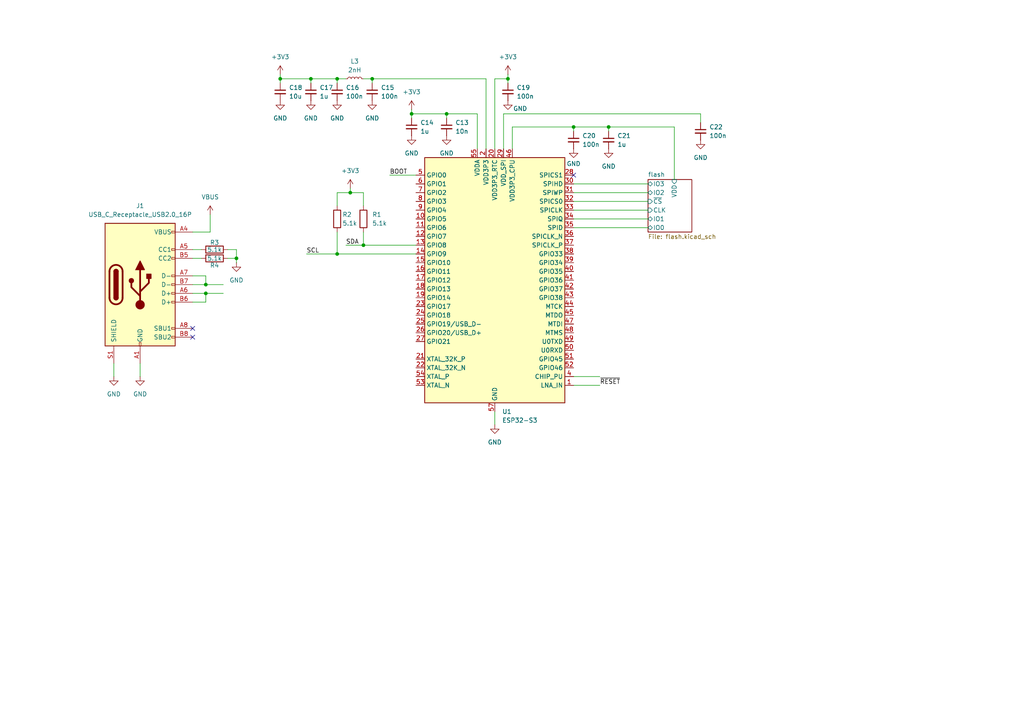
<source format=kicad_sch>
(kicad_sch
	(version 20250114)
	(generator "eeschema")
	(generator_version "9.0")
	(uuid "540a1f13-aeba-45e7-a44d-26ba42cd5864")
	(paper "A4")
	(lib_symbols
		(symbol "Connector:USB_C_Receptacle_USB2.0_16P"
			(pin_names
				(offset 1.016)
			)
			(exclude_from_sim no)
			(in_bom yes)
			(on_board yes)
			(property "Reference" "J"
				(at 0 22.225 0)
				(effects
					(font
						(size 1.27 1.27)
					)
				)
			)
			(property "Value" "USB_C_Receptacle_USB2.0_16P"
				(at 0 19.685 0)
				(effects
					(font
						(size 1.27 1.27)
					)
				)
			)
			(property "Footprint" ""
				(at 3.81 0 0)
				(effects
					(font
						(size 1.27 1.27)
					)
					(hide yes)
				)
			)
			(property "Datasheet" "https://www.usb.org/sites/default/files/documents/usb_type-c.zip"
				(at 3.81 0 0)
				(effects
					(font
						(size 1.27 1.27)
					)
					(hide yes)
				)
			)
			(property "Description" "USB 2.0-only 16P Type-C Receptacle connector"
				(at 0 0 0)
				(effects
					(font
						(size 1.27 1.27)
					)
					(hide yes)
				)
			)
			(property "ki_keywords" "usb universal serial bus type-C USB2.0"
				(at 0 0 0)
				(effects
					(font
						(size 1.27 1.27)
					)
					(hide yes)
				)
			)
			(property "ki_fp_filters" "USB*C*Receptacle*"
				(at 0 0 0)
				(effects
					(font
						(size 1.27 1.27)
					)
					(hide yes)
				)
			)
			(symbol "USB_C_Receptacle_USB2.0_16P_0_0"
				(rectangle
					(start -0.254 -17.78)
					(end 0.254 -16.764)
					(stroke
						(width 0)
						(type default)
					)
					(fill
						(type none)
					)
				)
				(rectangle
					(start 10.16 15.494)
					(end 9.144 14.986)
					(stroke
						(width 0)
						(type default)
					)
					(fill
						(type none)
					)
				)
				(rectangle
					(start 10.16 10.414)
					(end 9.144 9.906)
					(stroke
						(width 0)
						(type default)
					)
					(fill
						(type none)
					)
				)
				(rectangle
					(start 10.16 7.874)
					(end 9.144 7.366)
					(stroke
						(width 0)
						(type default)
					)
					(fill
						(type none)
					)
				)
				(rectangle
					(start 10.16 2.794)
					(end 9.144 2.286)
					(stroke
						(width 0)
						(type default)
					)
					(fill
						(type none)
					)
				)
				(rectangle
					(start 10.16 0.254)
					(end 9.144 -0.254)
					(stroke
						(width 0)
						(type default)
					)
					(fill
						(type none)
					)
				)
				(rectangle
					(start 10.16 -2.286)
					(end 9.144 -2.794)
					(stroke
						(width 0)
						(type default)
					)
					(fill
						(type none)
					)
				)
				(rectangle
					(start 10.16 -4.826)
					(end 9.144 -5.334)
					(stroke
						(width 0)
						(type default)
					)
					(fill
						(type none)
					)
				)
				(rectangle
					(start 10.16 -12.446)
					(end 9.144 -12.954)
					(stroke
						(width 0)
						(type default)
					)
					(fill
						(type none)
					)
				)
				(rectangle
					(start 10.16 -14.986)
					(end 9.144 -15.494)
					(stroke
						(width 0)
						(type default)
					)
					(fill
						(type none)
					)
				)
			)
			(symbol "USB_C_Receptacle_USB2.0_16P_0_1"
				(rectangle
					(start -10.16 17.78)
					(end 10.16 -17.78)
					(stroke
						(width 0.254)
						(type default)
					)
					(fill
						(type background)
					)
				)
				(polyline
					(pts
						(xy -8.89 -3.81) (xy -8.89 3.81)
					)
					(stroke
						(width 0.508)
						(type default)
					)
					(fill
						(type none)
					)
				)
				(rectangle
					(start -7.62 -3.81)
					(end -6.35 3.81)
					(stroke
						(width 0.254)
						(type default)
					)
					(fill
						(type outline)
					)
				)
				(arc
					(start -7.62 3.81)
					(mid -6.985 4.4423)
					(end -6.35 3.81)
					(stroke
						(width 0.254)
						(type default)
					)
					(fill
						(type none)
					)
				)
				(arc
					(start -7.62 3.81)
					(mid -6.985 4.4423)
					(end -6.35 3.81)
					(stroke
						(width 0.254)
						(type default)
					)
					(fill
						(type outline)
					)
				)
				(arc
					(start -8.89 3.81)
					(mid -6.985 5.7067)
					(end -5.08 3.81)
					(stroke
						(width 0.508)
						(type default)
					)
					(fill
						(type none)
					)
				)
				(arc
					(start -5.08 -3.81)
					(mid -6.985 -5.7067)
					(end -8.89 -3.81)
					(stroke
						(width 0.508)
						(type default)
					)
					(fill
						(type none)
					)
				)
				(arc
					(start -6.35 -3.81)
					(mid -6.985 -4.4423)
					(end -7.62 -3.81)
					(stroke
						(width 0.254)
						(type default)
					)
					(fill
						(type none)
					)
				)
				(arc
					(start -6.35 -3.81)
					(mid -6.985 -4.4423)
					(end -7.62 -3.81)
					(stroke
						(width 0.254)
						(type default)
					)
					(fill
						(type outline)
					)
				)
				(polyline
					(pts
						(xy -5.08 3.81) (xy -5.08 -3.81)
					)
					(stroke
						(width 0.508)
						(type default)
					)
					(fill
						(type none)
					)
				)
				(circle
					(center -2.54 1.143)
					(radius 0.635)
					(stroke
						(width 0.254)
						(type default)
					)
					(fill
						(type outline)
					)
				)
				(polyline
					(pts
						(xy -1.27 4.318) (xy 0 6.858) (xy 1.27 4.318) (xy -1.27 4.318)
					)
					(stroke
						(width 0.254)
						(type default)
					)
					(fill
						(type outline)
					)
				)
				(polyline
					(pts
						(xy 0 -2.032) (xy 2.54 0.508) (xy 2.54 1.778)
					)
					(stroke
						(width 0.508)
						(type default)
					)
					(fill
						(type none)
					)
				)
				(polyline
					(pts
						(xy 0 -3.302) (xy -2.54 -0.762) (xy -2.54 0.508)
					)
					(stroke
						(width 0.508)
						(type default)
					)
					(fill
						(type none)
					)
				)
				(polyline
					(pts
						(xy 0 -5.842) (xy 0 4.318)
					)
					(stroke
						(width 0.508)
						(type default)
					)
					(fill
						(type none)
					)
				)
				(circle
					(center 0 -5.842)
					(radius 1.27)
					(stroke
						(width 0)
						(type default)
					)
					(fill
						(type outline)
					)
				)
				(rectangle
					(start 1.905 1.778)
					(end 3.175 3.048)
					(stroke
						(width 0.254)
						(type default)
					)
					(fill
						(type outline)
					)
				)
			)
			(symbol "USB_C_Receptacle_USB2.0_16P_1_1"
				(pin passive line
					(at -7.62 -22.86 90)
					(length 5.08)
					(name "SHIELD"
						(effects
							(font
								(size 1.27 1.27)
							)
						)
					)
					(number "S1"
						(effects
							(font
								(size 1.27 1.27)
							)
						)
					)
				)
				(pin passive line
					(at 0 -22.86 90)
					(length 5.08)
					(name "GND"
						(effects
							(font
								(size 1.27 1.27)
							)
						)
					)
					(number "A1"
						(effects
							(font
								(size 1.27 1.27)
							)
						)
					)
				)
				(pin passive line
					(at 0 -22.86 90)
					(length 5.08)
					(hide yes)
					(name "GND"
						(effects
							(font
								(size 1.27 1.27)
							)
						)
					)
					(number "A12"
						(effects
							(font
								(size 1.27 1.27)
							)
						)
					)
				)
				(pin passive line
					(at 0 -22.86 90)
					(length 5.08)
					(hide yes)
					(name "GND"
						(effects
							(font
								(size 1.27 1.27)
							)
						)
					)
					(number "B1"
						(effects
							(font
								(size 1.27 1.27)
							)
						)
					)
				)
				(pin passive line
					(at 0 -22.86 90)
					(length 5.08)
					(hide yes)
					(name "GND"
						(effects
							(font
								(size 1.27 1.27)
							)
						)
					)
					(number "B12"
						(effects
							(font
								(size 1.27 1.27)
							)
						)
					)
				)
				(pin passive line
					(at 15.24 15.24 180)
					(length 5.08)
					(name "VBUS"
						(effects
							(font
								(size 1.27 1.27)
							)
						)
					)
					(number "A4"
						(effects
							(font
								(size 1.27 1.27)
							)
						)
					)
				)
				(pin passive line
					(at 15.24 15.24 180)
					(length 5.08)
					(hide yes)
					(name "VBUS"
						(effects
							(font
								(size 1.27 1.27)
							)
						)
					)
					(number "A9"
						(effects
							(font
								(size 1.27 1.27)
							)
						)
					)
				)
				(pin passive line
					(at 15.24 15.24 180)
					(length 5.08)
					(hide yes)
					(name "VBUS"
						(effects
							(font
								(size 1.27 1.27)
							)
						)
					)
					(number "B4"
						(effects
							(font
								(size 1.27 1.27)
							)
						)
					)
				)
				(pin passive line
					(at 15.24 15.24 180)
					(length 5.08)
					(hide yes)
					(name "VBUS"
						(effects
							(font
								(size 1.27 1.27)
							)
						)
					)
					(number "B9"
						(effects
							(font
								(size 1.27 1.27)
							)
						)
					)
				)
				(pin bidirectional line
					(at 15.24 10.16 180)
					(length 5.08)
					(name "CC1"
						(effects
							(font
								(size 1.27 1.27)
							)
						)
					)
					(number "A5"
						(effects
							(font
								(size 1.27 1.27)
							)
						)
					)
				)
				(pin bidirectional line
					(at 15.24 7.62 180)
					(length 5.08)
					(name "CC2"
						(effects
							(font
								(size 1.27 1.27)
							)
						)
					)
					(number "B5"
						(effects
							(font
								(size 1.27 1.27)
							)
						)
					)
				)
				(pin bidirectional line
					(at 15.24 2.54 180)
					(length 5.08)
					(name "D-"
						(effects
							(font
								(size 1.27 1.27)
							)
						)
					)
					(number "A7"
						(effects
							(font
								(size 1.27 1.27)
							)
						)
					)
				)
				(pin bidirectional line
					(at 15.24 0 180)
					(length 5.08)
					(name "D-"
						(effects
							(font
								(size 1.27 1.27)
							)
						)
					)
					(number "B7"
						(effects
							(font
								(size 1.27 1.27)
							)
						)
					)
				)
				(pin bidirectional line
					(at 15.24 -2.54 180)
					(length 5.08)
					(name "D+"
						(effects
							(font
								(size 1.27 1.27)
							)
						)
					)
					(number "A6"
						(effects
							(font
								(size 1.27 1.27)
							)
						)
					)
				)
				(pin bidirectional line
					(at 15.24 -5.08 180)
					(length 5.08)
					(name "D+"
						(effects
							(font
								(size 1.27 1.27)
							)
						)
					)
					(number "B6"
						(effects
							(font
								(size 1.27 1.27)
							)
						)
					)
				)
				(pin bidirectional line
					(at 15.24 -12.7 180)
					(length 5.08)
					(name "SBU1"
						(effects
							(font
								(size 1.27 1.27)
							)
						)
					)
					(number "A8"
						(effects
							(font
								(size 1.27 1.27)
							)
						)
					)
				)
				(pin bidirectional line
					(at 15.24 -15.24 180)
					(length 5.08)
					(name "SBU2"
						(effects
							(font
								(size 1.27 1.27)
							)
						)
					)
					(number "B8"
						(effects
							(font
								(size 1.27 1.27)
							)
						)
					)
				)
			)
			(embedded_fonts no)
		)
		(symbol "Device:C_Small"
			(pin_numbers
				(hide yes)
			)
			(pin_names
				(offset 0.254)
				(hide yes)
			)
			(exclude_from_sim no)
			(in_bom yes)
			(on_board yes)
			(property "Reference" "C"
				(at 0.254 1.778 0)
				(effects
					(font
						(size 1.27 1.27)
					)
					(justify left)
				)
			)
			(property "Value" "C_Small"
				(at 0.254 -2.032 0)
				(effects
					(font
						(size 1.27 1.27)
					)
					(justify left)
				)
			)
			(property "Footprint" ""
				(at 0 0 0)
				(effects
					(font
						(size 1.27 1.27)
					)
					(hide yes)
				)
			)
			(property "Datasheet" "~"
				(at 0 0 0)
				(effects
					(font
						(size 1.27 1.27)
					)
					(hide yes)
				)
			)
			(property "Description" "Unpolarized capacitor, small symbol"
				(at 0 0 0)
				(effects
					(font
						(size 1.27 1.27)
					)
					(hide yes)
				)
			)
			(property "ki_keywords" "capacitor cap"
				(at 0 0 0)
				(effects
					(font
						(size 1.27 1.27)
					)
					(hide yes)
				)
			)
			(property "ki_fp_filters" "C_*"
				(at 0 0 0)
				(effects
					(font
						(size 1.27 1.27)
					)
					(hide yes)
				)
			)
			(symbol "C_Small_0_1"
				(polyline
					(pts
						(xy -1.524 0.508) (xy 1.524 0.508)
					)
					(stroke
						(width 0.3048)
						(type default)
					)
					(fill
						(type none)
					)
				)
				(polyline
					(pts
						(xy -1.524 -0.508) (xy 1.524 -0.508)
					)
					(stroke
						(width 0.3302)
						(type default)
					)
					(fill
						(type none)
					)
				)
			)
			(symbol "C_Small_1_1"
				(pin passive line
					(at 0 2.54 270)
					(length 2.032)
					(name "~"
						(effects
							(font
								(size 1.27 1.27)
							)
						)
					)
					(number "1"
						(effects
							(font
								(size 1.27 1.27)
							)
						)
					)
				)
				(pin passive line
					(at 0 -2.54 90)
					(length 2.032)
					(name "~"
						(effects
							(font
								(size 1.27 1.27)
							)
						)
					)
					(number "2"
						(effects
							(font
								(size 1.27 1.27)
							)
						)
					)
				)
			)
			(embedded_fonts no)
		)
		(symbol "Device:L_Small"
			(pin_numbers
				(hide yes)
			)
			(pin_names
				(offset 0.254)
				(hide yes)
			)
			(exclude_from_sim no)
			(in_bom yes)
			(on_board yes)
			(property "Reference" "L"
				(at 0.762 1.016 0)
				(effects
					(font
						(size 1.27 1.27)
					)
					(justify left)
				)
			)
			(property "Value" "L_Small"
				(at 0.762 -1.016 0)
				(effects
					(font
						(size 1.27 1.27)
					)
					(justify left)
				)
			)
			(property "Footprint" ""
				(at 0 0 0)
				(effects
					(font
						(size 1.27 1.27)
					)
					(hide yes)
				)
			)
			(property "Datasheet" "~"
				(at 0 0 0)
				(effects
					(font
						(size 1.27 1.27)
					)
					(hide yes)
				)
			)
			(property "Description" "Inductor, small symbol"
				(at 0 0 0)
				(effects
					(font
						(size 1.27 1.27)
					)
					(hide yes)
				)
			)
			(property "ki_keywords" "inductor choke coil reactor magnetic"
				(at 0 0 0)
				(effects
					(font
						(size 1.27 1.27)
					)
					(hide yes)
				)
			)
			(property "ki_fp_filters" "Choke_* *Coil* Inductor_* L_*"
				(at 0 0 0)
				(effects
					(font
						(size 1.27 1.27)
					)
					(hide yes)
				)
			)
			(symbol "L_Small_0_1"
				(arc
					(start 0 2.032)
					(mid 0.5058 1.524)
					(end 0 1.016)
					(stroke
						(width 0)
						(type default)
					)
					(fill
						(type none)
					)
				)
				(arc
					(start 0 1.016)
					(mid 0.5058 0.508)
					(end 0 0)
					(stroke
						(width 0)
						(type default)
					)
					(fill
						(type none)
					)
				)
				(arc
					(start 0 0)
					(mid 0.5058 -0.508)
					(end 0 -1.016)
					(stroke
						(width 0)
						(type default)
					)
					(fill
						(type none)
					)
				)
				(arc
					(start 0 -1.016)
					(mid 0.5058 -1.524)
					(end 0 -2.032)
					(stroke
						(width 0)
						(type default)
					)
					(fill
						(type none)
					)
				)
			)
			(symbol "L_Small_1_1"
				(pin passive line
					(at 0 2.54 270)
					(length 0.508)
					(name "~"
						(effects
							(font
								(size 1.27 1.27)
							)
						)
					)
					(number "1"
						(effects
							(font
								(size 1.27 1.27)
							)
						)
					)
				)
				(pin passive line
					(at 0 -2.54 90)
					(length 0.508)
					(name "~"
						(effects
							(font
								(size 1.27 1.27)
							)
						)
					)
					(number "2"
						(effects
							(font
								(size 1.27 1.27)
							)
						)
					)
				)
			)
			(embedded_fonts no)
		)
		(symbol "Device:R"
			(pin_numbers
				(hide yes)
			)
			(pin_names
				(offset 0)
			)
			(exclude_from_sim no)
			(in_bom yes)
			(on_board yes)
			(property "Reference" "R"
				(at 2.032 0 90)
				(effects
					(font
						(size 1.27 1.27)
					)
				)
			)
			(property "Value" "R"
				(at 0 0 90)
				(effects
					(font
						(size 1.27 1.27)
					)
				)
			)
			(property "Footprint" ""
				(at -1.778 0 90)
				(effects
					(font
						(size 1.27 1.27)
					)
					(hide yes)
				)
			)
			(property "Datasheet" "~"
				(at 0 0 0)
				(effects
					(font
						(size 1.27 1.27)
					)
					(hide yes)
				)
			)
			(property "Description" "Resistor"
				(at 0 0 0)
				(effects
					(font
						(size 1.27 1.27)
					)
					(hide yes)
				)
			)
			(property "ki_keywords" "R res resistor"
				(at 0 0 0)
				(effects
					(font
						(size 1.27 1.27)
					)
					(hide yes)
				)
			)
			(property "ki_fp_filters" "R_*"
				(at 0 0 0)
				(effects
					(font
						(size 1.27 1.27)
					)
					(hide yes)
				)
			)
			(symbol "R_0_1"
				(rectangle
					(start -1.016 -2.54)
					(end 1.016 2.54)
					(stroke
						(width 0.254)
						(type default)
					)
					(fill
						(type none)
					)
				)
			)
			(symbol "R_1_1"
				(pin passive line
					(at 0 3.81 270)
					(length 1.27)
					(name "~"
						(effects
							(font
								(size 1.27 1.27)
							)
						)
					)
					(number "1"
						(effects
							(font
								(size 1.27 1.27)
							)
						)
					)
				)
				(pin passive line
					(at 0 -3.81 90)
					(length 1.27)
					(name "~"
						(effects
							(font
								(size 1.27 1.27)
							)
						)
					)
					(number "2"
						(effects
							(font
								(size 1.27 1.27)
							)
						)
					)
				)
			)
			(embedded_fonts no)
		)
		(symbol "MCU_Espressif:ESP32-S3"
			(exclude_from_sim no)
			(in_bom yes)
			(on_board yes)
			(property "Reference" "U"
				(at 10.16 -38.1 0)
				(effects
					(font
						(size 1.27 1.27)
					)
				)
			)
			(property "Value" "ESP32-S3"
				(at 13.97 -40.64 0)
				(effects
					(font
						(size 1.27 1.27)
					)
				)
			)
			(property "Footprint" "Package_DFN_QFN:QFN-56-1EP_7x7mm_P0.4mm_EP4x4mm"
				(at 0 -48.26 0)
				(effects
					(font
						(size 1.27 1.27)
					)
					(hide yes)
				)
			)
			(property "Datasheet" "https://www.espressif.com/sites/default/files/documentation/esp32-s3_datasheet_en.pdf"
				(at 0 0 0)
				(effects
					(font
						(size 1.27 1.27)
					)
					(hide yes)
				)
			)
			(property "Description" "Microcontroller, Wi-Fi 802.11b/g/n, Bluetooth, 32bit"
				(at 0 0 0)
				(effects
					(font
						(size 1.27 1.27)
					)
					(hide yes)
				)
			)
			(property "ki_keywords" "Microcontroller Wi-Fi BT ESP ESP32 Espressif"
				(at 0 0 0)
				(effects
					(font
						(size 1.27 1.27)
					)
					(hide yes)
				)
			)
			(property "ki_fp_filters" "QFN*1EP*7x7mm*P0.4mm*"
				(at 0 0 0)
				(effects
					(font
						(size 1.27 1.27)
					)
					(hide yes)
				)
			)
			(symbol "ESP32-S3_0_1"
				(rectangle
					(start -20.32 35.56)
					(end 20.32 -35.56)
					(stroke
						(width 0.254)
						(type default)
					)
					(fill
						(type background)
					)
				)
			)
			(symbol "ESP32-S3_1_0"
				(pin passive line
					(at -5.08 38.1 270)
					(length 2.54)
					(hide yes)
					(name "VDDA"
						(effects
							(font
								(size 1.27 1.27)
							)
						)
					)
					(number "56"
						(effects
							(font
								(size 1.27 1.27)
							)
						)
					)
				)
				(pin bidirectional line
					(at 22.86 12.7 180)
					(length 2.54)
					(name "SPICLK_N"
						(effects
							(font
								(size 1.27 1.27)
							)
						)
					)
					(number "36"
						(effects
							(font
								(size 1.27 1.27)
							)
						)
					)
				)
				(pin bidirectional line
					(at 22.86 -10.16 180)
					(length 2.54)
					(name "MTDO"
						(effects
							(font
								(size 1.27 1.27)
							)
						)
					)
					(number "45"
						(effects
							(font
								(size 1.27 1.27)
							)
						)
					)
				)
				(pin bidirectional line
					(at 22.86 -22.86 180)
					(length 2.54)
					(name "GPIO45"
						(effects
							(font
								(size 1.27 1.27)
							)
						)
					)
					(number "51"
						(effects
							(font
								(size 1.27 1.27)
							)
						)
					)
				)
			)
			(symbol "ESP32-S3_1_1"
				(pin bidirectional line
					(at -22.86 30.48 0)
					(length 2.54)
					(name "GPIO0"
						(effects
							(font
								(size 1.27 1.27)
							)
						)
					)
					(number "5"
						(effects
							(font
								(size 1.27 1.27)
							)
						)
					)
				)
				(pin bidirectional line
					(at -22.86 27.94 0)
					(length 2.54)
					(name "GPIO1"
						(effects
							(font
								(size 1.27 1.27)
							)
						)
					)
					(number "6"
						(effects
							(font
								(size 1.27 1.27)
							)
						)
					)
				)
				(pin bidirectional line
					(at -22.86 25.4 0)
					(length 2.54)
					(name "GPIO2"
						(effects
							(font
								(size 1.27 1.27)
							)
						)
					)
					(number "7"
						(effects
							(font
								(size 1.27 1.27)
							)
						)
					)
				)
				(pin bidirectional line
					(at -22.86 22.86 0)
					(length 2.54)
					(name "GPIO3"
						(effects
							(font
								(size 1.27 1.27)
							)
						)
					)
					(number "8"
						(effects
							(font
								(size 1.27 1.27)
							)
						)
					)
				)
				(pin bidirectional line
					(at -22.86 20.32 0)
					(length 2.54)
					(name "GPIO4"
						(effects
							(font
								(size 1.27 1.27)
							)
						)
					)
					(number "9"
						(effects
							(font
								(size 1.27 1.27)
							)
						)
					)
				)
				(pin bidirectional line
					(at -22.86 17.78 0)
					(length 2.54)
					(name "GPIO5"
						(effects
							(font
								(size 1.27 1.27)
							)
						)
					)
					(number "10"
						(effects
							(font
								(size 1.27 1.27)
							)
						)
					)
				)
				(pin bidirectional line
					(at -22.86 15.24 0)
					(length 2.54)
					(name "GPIO6"
						(effects
							(font
								(size 1.27 1.27)
							)
						)
					)
					(number "11"
						(effects
							(font
								(size 1.27 1.27)
							)
						)
					)
				)
				(pin bidirectional line
					(at -22.86 12.7 0)
					(length 2.54)
					(name "GPIO7"
						(effects
							(font
								(size 1.27 1.27)
							)
						)
					)
					(number "12"
						(effects
							(font
								(size 1.27 1.27)
							)
						)
					)
				)
				(pin bidirectional line
					(at -22.86 10.16 0)
					(length 2.54)
					(name "GPIO8"
						(effects
							(font
								(size 1.27 1.27)
							)
						)
					)
					(number "13"
						(effects
							(font
								(size 1.27 1.27)
							)
						)
					)
				)
				(pin bidirectional line
					(at -22.86 7.62 0)
					(length 2.54)
					(name "GPIO9"
						(effects
							(font
								(size 1.27 1.27)
							)
						)
					)
					(number "14"
						(effects
							(font
								(size 1.27 1.27)
							)
						)
					)
				)
				(pin bidirectional line
					(at -22.86 5.08 0)
					(length 2.54)
					(name "GPIO10"
						(effects
							(font
								(size 1.27 1.27)
							)
						)
					)
					(number "15"
						(effects
							(font
								(size 1.27 1.27)
							)
						)
					)
				)
				(pin bidirectional line
					(at -22.86 2.54 0)
					(length 2.54)
					(name "GPIO11"
						(effects
							(font
								(size 1.27 1.27)
							)
						)
					)
					(number "16"
						(effects
							(font
								(size 1.27 1.27)
							)
						)
					)
				)
				(pin bidirectional line
					(at -22.86 0 0)
					(length 2.54)
					(name "GPIO12"
						(effects
							(font
								(size 1.27 1.27)
							)
						)
					)
					(number "17"
						(effects
							(font
								(size 1.27 1.27)
							)
						)
					)
				)
				(pin bidirectional line
					(at -22.86 -2.54 0)
					(length 2.54)
					(name "GPIO13"
						(effects
							(font
								(size 1.27 1.27)
							)
						)
					)
					(number "18"
						(effects
							(font
								(size 1.27 1.27)
							)
						)
					)
				)
				(pin bidirectional line
					(at -22.86 -5.08 0)
					(length 2.54)
					(name "GPIO14"
						(effects
							(font
								(size 1.27 1.27)
							)
						)
					)
					(number "19"
						(effects
							(font
								(size 1.27 1.27)
							)
						)
					)
				)
				(pin bidirectional line
					(at -22.86 -7.62 0)
					(length 2.54)
					(name "GPIO17"
						(effects
							(font
								(size 1.27 1.27)
							)
						)
					)
					(number "23"
						(effects
							(font
								(size 1.27 1.27)
							)
						)
					)
				)
				(pin bidirectional line
					(at -22.86 -10.16 0)
					(length 2.54)
					(name "GPIO18"
						(effects
							(font
								(size 1.27 1.27)
							)
						)
					)
					(number "24"
						(effects
							(font
								(size 1.27 1.27)
							)
						)
					)
				)
				(pin bidirectional line
					(at -22.86 -12.7 0)
					(length 2.54)
					(name "GPIO19/USB_D-"
						(effects
							(font
								(size 1.27 1.27)
							)
						)
					)
					(number "25"
						(effects
							(font
								(size 1.27 1.27)
							)
						)
					)
				)
				(pin bidirectional line
					(at -22.86 -15.24 0)
					(length 2.54)
					(name "GPIO20/USB_D+"
						(effects
							(font
								(size 1.27 1.27)
							)
						)
					)
					(number "26"
						(effects
							(font
								(size 1.27 1.27)
							)
						)
					)
				)
				(pin bidirectional line
					(at -22.86 -17.78 0)
					(length 2.54)
					(name "GPIO21"
						(effects
							(font
								(size 1.27 1.27)
							)
						)
					)
					(number "27"
						(effects
							(font
								(size 1.27 1.27)
							)
						)
					)
				)
				(pin passive line
					(at -22.86 -22.86 0)
					(length 2.54)
					(name "XTAL_32K_P"
						(effects
							(font
								(size 1.27 1.27)
							)
						)
					)
					(number "21"
						(effects
							(font
								(size 1.27 1.27)
							)
						)
					)
				)
				(pin passive line
					(at -22.86 -25.4 0)
					(length 2.54)
					(name "XTAL_32K_N"
						(effects
							(font
								(size 1.27 1.27)
							)
						)
					)
					(number "22"
						(effects
							(font
								(size 1.27 1.27)
							)
						)
					)
				)
				(pin input line
					(at -22.86 -27.94 0)
					(length 2.54)
					(name "XTAL_P"
						(effects
							(font
								(size 1.27 1.27)
							)
						)
					)
					(number "54"
						(effects
							(font
								(size 1.27 1.27)
							)
						)
					)
				)
				(pin output line
					(at -22.86 -30.48 0)
					(length 2.54)
					(name "XTAL_N"
						(effects
							(font
								(size 1.27 1.27)
							)
						)
					)
					(number "53"
						(effects
							(font
								(size 1.27 1.27)
							)
						)
					)
				)
				(pin power_in line
					(at -5.08 38.1 270)
					(length 2.54)
					(name "VDDA"
						(effects
							(font
								(size 1.27 1.27)
							)
						)
					)
					(number "55"
						(effects
							(font
								(size 1.27 1.27)
							)
						)
					)
				)
				(pin power_in line
					(at -2.54 38.1 270)
					(length 2.54)
					(name "VDD3P3"
						(effects
							(font
								(size 1.27 1.27)
							)
						)
					)
					(number "2"
						(effects
							(font
								(size 1.27 1.27)
							)
						)
					)
				)
				(pin passive line
					(at -2.54 38.1 270)
					(length 2.54)
					(hide yes)
					(name "VDD3P3"
						(effects
							(font
								(size 1.27 1.27)
							)
						)
					)
					(number "3"
						(effects
							(font
								(size 1.27 1.27)
							)
						)
					)
				)
				(pin power_in line
					(at 0 38.1 270)
					(length 2.54)
					(name "VDD3P3_RTC"
						(effects
							(font
								(size 1.27 1.27)
							)
						)
					)
					(number "20"
						(effects
							(font
								(size 1.27 1.27)
							)
						)
					)
				)
				(pin power_in line
					(at 0 -38.1 90)
					(length 2.54)
					(name "GND"
						(effects
							(font
								(size 1.27 1.27)
							)
						)
					)
					(number "57"
						(effects
							(font
								(size 1.27 1.27)
							)
						)
					)
				)
				(pin power_in line
					(at 2.54 38.1 270)
					(length 2.54)
					(name "VDD_SPI"
						(effects
							(font
								(size 1.27 1.27)
							)
						)
					)
					(number "29"
						(effects
							(font
								(size 1.27 1.27)
							)
						)
					)
				)
				(pin power_in line
					(at 5.08 38.1 270)
					(length 2.54)
					(name "VDD3P3_CPU"
						(effects
							(font
								(size 1.27 1.27)
							)
						)
					)
					(number "46"
						(effects
							(font
								(size 1.27 1.27)
							)
						)
					)
				)
				(pin bidirectional line
					(at 22.86 30.48 180)
					(length 2.54)
					(name "SPICS1"
						(effects
							(font
								(size 1.27 1.27)
							)
						)
					)
					(number "28"
						(effects
							(font
								(size 1.27 1.27)
							)
						)
					)
				)
				(pin bidirectional line
					(at 22.86 27.94 180)
					(length 2.54)
					(name "SPIHD"
						(effects
							(font
								(size 1.27 1.27)
							)
						)
					)
					(number "30"
						(effects
							(font
								(size 1.27 1.27)
							)
						)
					)
				)
				(pin bidirectional line
					(at 22.86 25.4 180)
					(length 2.54)
					(name "SPIWP"
						(effects
							(font
								(size 1.27 1.27)
							)
						)
					)
					(number "31"
						(effects
							(font
								(size 1.27 1.27)
							)
						)
					)
				)
				(pin bidirectional line
					(at 22.86 22.86 180)
					(length 2.54)
					(name "SPICS0"
						(effects
							(font
								(size 1.27 1.27)
							)
						)
					)
					(number "32"
						(effects
							(font
								(size 1.27 1.27)
							)
						)
					)
				)
				(pin bidirectional line
					(at 22.86 20.32 180)
					(length 2.54)
					(name "SPICLK"
						(effects
							(font
								(size 1.27 1.27)
							)
						)
					)
					(number "33"
						(effects
							(font
								(size 1.27 1.27)
							)
						)
					)
				)
				(pin bidirectional line
					(at 22.86 17.78 180)
					(length 2.54)
					(name "SPIQ"
						(effects
							(font
								(size 1.27 1.27)
							)
						)
					)
					(number "34"
						(effects
							(font
								(size 1.27 1.27)
							)
						)
					)
				)
				(pin bidirectional line
					(at 22.86 15.24 180)
					(length 2.54)
					(name "SPID"
						(effects
							(font
								(size 1.27 1.27)
							)
						)
					)
					(number "35"
						(effects
							(font
								(size 1.27 1.27)
							)
						)
					)
				)
				(pin bidirectional line
					(at 22.86 10.16 180)
					(length 2.54)
					(name "SPICLK_P"
						(effects
							(font
								(size 1.27 1.27)
							)
						)
					)
					(number "37"
						(effects
							(font
								(size 1.27 1.27)
							)
						)
					)
				)
				(pin bidirectional line
					(at 22.86 7.62 180)
					(length 2.54)
					(name "GPIO33"
						(effects
							(font
								(size 1.27 1.27)
							)
						)
					)
					(number "38"
						(effects
							(font
								(size 1.27 1.27)
							)
						)
					)
				)
				(pin bidirectional line
					(at 22.86 5.08 180)
					(length 2.54)
					(name "GPIO34"
						(effects
							(font
								(size 1.27 1.27)
							)
						)
					)
					(number "39"
						(effects
							(font
								(size 1.27 1.27)
							)
						)
					)
				)
				(pin bidirectional line
					(at 22.86 2.54 180)
					(length 2.54)
					(name "GPIO35"
						(effects
							(font
								(size 1.27 1.27)
							)
						)
					)
					(number "40"
						(effects
							(font
								(size 1.27 1.27)
							)
						)
					)
				)
				(pin bidirectional line
					(at 22.86 0 180)
					(length 2.54)
					(name "GPIO36"
						(effects
							(font
								(size 1.27 1.27)
							)
						)
					)
					(number "41"
						(effects
							(font
								(size 1.27 1.27)
							)
						)
					)
				)
				(pin bidirectional line
					(at 22.86 -2.54 180)
					(length 2.54)
					(name "GPIO37"
						(effects
							(font
								(size 1.27 1.27)
							)
						)
					)
					(number "42"
						(effects
							(font
								(size 1.27 1.27)
							)
						)
					)
				)
				(pin bidirectional line
					(at 22.86 -5.08 180)
					(length 2.54)
					(name "GPIO38"
						(effects
							(font
								(size 1.27 1.27)
							)
						)
					)
					(number "43"
						(effects
							(font
								(size 1.27 1.27)
							)
						)
					)
				)
				(pin bidirectional line
					(at 22.86 -7.62 180)
					(length 2.54)
					(name "MTCK"
						(effects
							(font
								(size 1.27 1.27)
							)
						)
					)
					(number "44"
						(effects
							(font
								(size 1.27 1.27)
							)
						)
					)
				)
				(pin bidirectional line
					(at 22.86 -12.7 180)
					(length 2.54)
					(name "MTDI"
						(effects
							(font
								(size 1.27 1.27)
							)
						)
					)
					(number "47"
						(effects
							(font
								(size 1.27 1.27)
							)
						)
					)
				)
				(pin bidirectional line
					(at 22.86 -15.24 180)
					(length 2.54)
					(name "MTMS"
						(effects
							(font
								(size 1.27 1.27)
							)
						)
					)
					(number "48"
						(effects
							(font
								(size 1.27 1.27)
							)
						)
					)
				)
				(pin bidirectional line
					(at 22.86 -17.78 180)
					(length 2.54)
					(name "U0TXD"
						(effects
							(font
								(size 1.27 1.27)
							)
						)
					)
					(number "49"
						(effects
							(font
								(size 1.27 1.27)
							)
						)
					)
				)
				(pin bidirectional line
					(at 22.86 -20.32 180)
					(length 2.54)
					(name "U0RXD"
						(effects
							(font
								(size 1.27 1.27)
							)
						)
					)
					(number "50"
						(effects
							(font
								(size 1.27 1.27)
							)
						)
					)
				)
				(pin bidirectional line
					(at 22.86 -25.4 180)
					(length 2.54)
					(name "GPIO46"
						(effects
							(font
								(size 1.27 1.27)
							)
						)
					)
					(number "52"
						(effects
							(font
								(size 1.27 1.27)
							)
						)
					)
				)
				(pin input line
					(at 22.86 -27.94 180)
					(length 2.54)
					(name "CHIP_PU"
						(effects
							(font
								(size 1.27 1.27)
							)
						)
					)
					(number "4"
						(effects
							(font
								(size 1.27 1.27)
							)
						)
					)
				)
				(pin bidirectional line
					(at 22.86 -30.48 180)
					(length 2.54)
					(name "LNA_IN"
						(effects
							(font
								(size 1.27 1.27)
							)
						)
					)
					(number "1"
						(effects
							(font
								(size 1.27 1.27)
							)
						)
					)
				)
			)
			(embedded_fonts no)
		)
		(symbol "power:+3V3"
			(power)
			(pin_numbers
				(hide yes)
			)
			(pin_names
				(offset 0)
				(hide yes)
			)
			(exclude_from_sim no)
			(in_bom yes)
			(on_board yes)
			(property "Reference" "#PWR"
				(at 0 -3.81 0)
				(effects
					(font
						(size 1.27 1.27)
					)
					(hide yes)
				)
			)
			(property "Value" "+3V3"
				(at 0 3.556 0)
				(effects
					(font
						(size 1.27 1.27)
					)
				)
			)
			(property "Footprint" ""
				(at 0 0 0)
				(effects
					(font
						(size 1.27 1.27)
					)
					(hide yes)
				)
			)
			(property "Datasheet" ""
				(at 0 0 0)
				(effects
					(font
						(size 1.27 1.27)
					)
					(hide yes)
				)
			)
			(property "Description" "Power symbol creates a global label with name \"+3V3\""
				(at 0 0 0)
				(effects
					(font
						(size 1.27 1.27)
					)
					(hide yes)
				)
			)
			(property "ki_keywords" "global power"
				(at 0 0 0)
				(effects
					(font
						(size 1.27 1.27)
					)
					(hide yes)
				)
			)
			(symbol "+3V3_0_1"
				(polyline
					(pts
						(xy -0.762 1.27) (xy 0 2.54)
					)
					(stroke
						(width 0)
						(type default)
					)
					(fill
						(type none)
					)
				)
				(polyline
					(pts
						(xy 0 2.54) (xy 0.762 1.27)
					)
					(stroke
						(width 0)
						(type default)
					)
					(fill
						(type none)
					)
				)
				(polyline
					(pts
						(xy 0 0) (xy 0 2.54)
					)
					(stroke
						(width 0)
						(type default)
					)
					(fill
						(type none)
					)
				)
			)
			(symbol "+3V3_1_1"
				(pin power_in line
					(at 0 0 90)
					(length 0)
					(name "~"
						(effects
							(font
								(size 1.27 1.27)
							)
						)
					)
					(number "1"
						(effects
							(font
								(size 1.27 1.27)
							)
						)
					)
				)
			)
			(embedded_fonts no)
		)
		(symbol "power:GND"
			(power)
			(pin_numbers
				(hide yes)
			)
			(pin_names
				(offset 0)
				(hide yes)
			)
			(exclude_from_sim no)
			(in_bom yes)
			(on_board yes)
			(property "Reference" "#PWR"
				(at 0 -6.35 0)
				(effects
					(font
						(size 1.27 1.27)
					)
					(hide yes)
				)
			)
			(property "Value" "GND"
				(at 0 -3.81 0)
				(effects
					(font
						(size 1.27 1.27)
					)
				)
			)
			(property "Footprint" ""
				(at 0 0 0)
				(effects
					(font
						(size 1.27 1.27)
					)
					(hide yes)
				)
			)
			(property "Datasheet" ""
				(at 0 0 0)
				(effects
					(font
						(size 1.27 1.27)
					)
					(hide yes)
				)
			)
			(property "Description" "Power symbol creates a global label with name \"GND\" , ground"
				(at 0 0 0)
				(effects
					(font
						(size 1.27 1.27)
					)
					(hide yes)
				)
			)
			(property "ki_keywords" "global power"
				(at 0 0 0)
				(effects
					(font
						(size 1.27 1.27)
					)
					(hide yes)
				)
			)
			(symbol "GND_0_1"
				(polyline
					(pts
						(xy 0 0) (xy 0 -1.27) (xy 1.27 -1.27) (xy 0 -2.54) (xy -1.27 -1.27) (xy 0 -1.27)
					)
					(stroke
						(width 0)
						(type default)
					)
					(fill
						(type none)
					)
				)
			)
			(symbol "GND_1_1"
				(pin power_in line
					(at 0 0 270)
					(length 0)
					(name "~"
						(effects
							(font
								(size 1.27 1.27)
							)
						)
					)
					(number "1"
						(effects
							(font
								(size 1.27 1.27)
							)
						)
					)
				)
			)
			(embedded_fonts no)
		)
	)
	(junction
		(at 107.95 22.86)
		(diameter 0)
		(color 0 0 0 0)
		(uuid "15bf5cc4-8876-4f89-ad3f-79d12517bcf1")
	)
	(junction
		(at 147.32 22.86)
		(diameter 0)
		(color 0 0 0 0)
		(uuid "36a6cfa6-8489-43d7-985a-128106b8a4b6")
	)
	(junction
		(at 68.58 74.93)
		(diameter 0)
		(color 0 0 0 0)
		(uuid "37d0fac8-f699-4752-8c4c-e92776903d46")
	)
	(junction
		(at 166.37 36.83)
		(diameter 0)
		(color 0 0 0 0)
		(uuid "46fab57b-ef3e-410f-acbe-8b4bb2a2e9dd")
	)
	(junction
		(at 81.28 22.86)
		(diameter 0)
		(color 0 0 0 0)
		(uuid "5e6dff88-e2e7-41ad-b05e-0dafdd782cc9")
	)
	(junction
		(at 176.53 36.83)
		(diameter 0)
		(color 0 0 0 0)
		(uuid "633077c4-9fb9-4fb2-9d09-14ff8f9750f7")
	)
	(junction
		(at 97.79 73.66)
		(diameter 0)
		(color 0 0 0 0)
		(uuid "65daed3f-acff-424b-a8ba-54268376e144")
	)
	(junction
		(at 97.79 22.86)
		(diameter 0)
		(color 0 0 0 0)
		(uuid "7a9f306c-6d65-48b7-a702-7a94cda425c9")
	)
	(junction
		(at 90.17 22.86)
		(diameter 0)
		(color 0 0 0 0)
		(uuid "7baf8869-42e6-4d63-be0b-d4279dc82830")
	)
	(junction
		(at 105.41 71.12)
		(diameter 0)
		(color 0 0 0 0)
		(uuid "82514663-4f89-415f-9430-81f05b8ae560")
	)
	(junction
		(at 129.54 33.02)
		(diameter 0)
		(color 0 0 0 0)
		(uuid "bd8255a3-d67b-471e-b14c-f41c3e86cf51")
	)
	(junction
		(at 101.6 55.88)
		(diameter 0)
		(color 0 0 0 0)
		(uuid "be1c0bdc-1e20-4bf1-b61d-784bf1ebeb16")
	)
	(junction
		(at 59.69 85.09)
		(diameter 0)
		(color 0 0 0 0)
		(uuid "ca0cf1af-d937-4fcd-b2b3-ade6fcbabff5")
	)
	(junction
		(at 59.69 82.55)
		(diameter 0)
		(color 0 0 0 0)
		(uuid "d56b8209-4aa5-4f68-a010-605389b0bd70")
	)
	(junction
		(at 119.38 33.02)
		(diameter 0)
		(color 0 0 0 0)
		(uuid "d82ec1d5-6d63-4b6b-9891-fca963176b0f")
	)
	(no_connect
		(at 55.88 97.79)
		(uuid "1d7c533d-49d4-4436-ba13-6a0205c11460")
	)
	(no_connect
		(at 166.37 50.8)
		(uuid "7c056344-126b-4a9b-80e8-05fd5a226f18")
	)
	(no_connect
		(at 55.88 95.25)
		(uuid "cd9b4a32-e38c-4284-83d6-ac33315f1604")
	)
	(wire
		(pts
			(xy 140.97 43.18) (xy 140.97 22.86)
		)
		(stroke
			(width 0)
			(type default)
		)
		(uuid "0336499a-6f5d-47cd-a589-418324d70af0")
	)
	(wire
		(pts
			(xy 88.9 73.66) (xy 97.79 73.66)
		)
		(stroke
			(width 0)
			(type default)
		)
		(uuid "059efaa8-9d69-4d83-8265-3867c583ccf1")
	)
	(wire
		(pts
			(xy 105.41 71.12) (xy 120.65 71.12)
		)
		(stroke
			(width 0)
			(type default)
		)
		(uuid "0f1e5fed-3823-4a61-9f52-d1aa1e29152e")
	)
	(wire
		(pts
			(xy 66.04 72.39) (xy 68.58 72.39)
		)
		(stroke
			(width 0)
			(type default)
		)
		(uuid "0f2dda54-c5eb-4509-81dc-202ae66c4b8a")
	)
	(wire
		(pts
			(xy 105.41 67.31) (xy 105.41 71.12)
		)
		(stroke
			(width 0)
			(type default)
		)
		(uuid "16087bf1-37bb-42ee-8dc2-bbf8fd0b1256")
	)
	(wire
		(pts
			(xy 119.38 33.02) (xy 129.54 33.02)
		)
		(stroke
			(width 0)
			(type default)
		)
		(uuid "162501a2-28a9-4140-8541-e1a1bd9e7278")
	)
	(wire
		(pts
			(xy 143.51 22.86) (xy 147.32 22.86)
		)
		(stroke
			(width 0)
			(type default)
		)
		(uuid "2238b0ec-b401-463c-9128-001463d04016")
	)
	(wire
		(pts
			(xy 105.41 22.86) (xy 107.95 22.86)
		)
		(stroke
			(width 0)
			(type default)
		)
		(uuid "22f6cd7e-d3c3-4032-85b2-911b1b36e228")
	)
	(wire
		(pts
			(xy 148.59 43.18) (xy 148.59 36.83)
		)
		(stroke
			(width 0)
			(type default)
		)
		(uuid "24cbfe9b-069a-489b-970f-9b39583ddb68")
	)
	(wire
		(pts
			(xy 146.05 43.18) (xy 146.05 33.02)
		)
		(stroke
			(width 0)
			(type default)
		)
		(uuid "256ce6e3-cbaf-4850-ac40-d6eb8772735a")
	)
	(wire
		(pts
			(xy 176.53 36.83) (xy 176.53 38.1)
		)
		(stroke
			(width 0)
			(type default)
		)
		(uuid "266952d9-70d7-4f5d-a370-4e62ec6d3904")
	)
	(wire
		(pts
			(xy 68.58 72.39) (xy 68.58 74.93)
		)
		(stroke
			(width 0)
			(type default)
		)
		(uuid "2ae99e16-5e9e-498a-850f-aa6e025aaf07")
	)
	(wire
		(pts
			(xy 166.37 109.22) (xy 173.99 109.22)
		)
		(stroke
			(width 0)
			(type default)
		)
		(uuid "30424c50-5e58-4854-8e8f-912f10c70a41")
	)
	(wire
		(pts
			(xy 55.88 85.09) (xy 59.69 85.09)
		)
		(stroke
			(width 0)
			(type default)
		)
		(uuid "3292df55-0646-4b11-a29e-c4a116e4e64b")
	)
	(wire
		(pts
			(xy 166.37 36.83) (xy 166.37 38.1)
		)
		(stroke
			(width 0)
			(type default)
		)
		(uuid "3d99d54d-6d7e-4b25-93e6-7936bbbfbd3f")
	)
	(wire
		(pts
			(xy 33.02 105.41) (xy 33.02 109.22)
		)
		(stroke
			(width 0)
			(type default)
		)
		(uuid "4479ee82-69e0-4ad0-8b07-e1e698b47613")
	)
	(wire
		(pts
			(xy 143.51 22.86) (xy 143.51 43.18)
		)
		(stroke
			(width 0)
			(type default)
		)
		(uuid "44d77ff0-e16a-4740-a84b-33189981ac87")
	)
	(wire
		(pts
			(xy 105.41 55.88) (xy 105.41 59.69)
		)
		(stroke
			(width 0)
			(type default)
		)
		(uuid "4cc92e14-c0b7-42a8-a80b-81b219cbf395")
	)
	(wire
		(pts
			(xy 59.69 80.01) (xy 59.69 82.55)
		)
		(stroke
			(width 0)
			(type default)
		)
		(uuid "4cfeafcc-4053-4b53-831a-fd807e2d9f53")
	)
	(wire
		(pts
			(xy 148.59 36.83) (xy 166.37 36.83)
		)
		(stroke
			(width 0)
			(type default)
		)
		(uuid "51e34f6c-83c6-4a28-8270-76a88370ec99")
	)
	(wire
		(pts
			(xy 59.69 87.63) (xy 59.69 85.09)
		)
		(stroke
			(width 0)
			(type default)
		)
		(uuid "5b02b9dc-8e54-4b6e-a8c3-2e2851ca658b")
	)
	(wire
		(pts
			(xy 166.37 36.83) (xy 176.53 36.83)
		)
		(stroke
			(width 0)
			(type default)
		)
		(uuid "5cffbbbe-3589-44b7-baf8-1c3365a82c49")
	)
	(wire
		(pts
			(xy 97.79 59.69) (xy 97.79 55.88)
		)
		(stroke
			(width 0)
			(type default)
		)
		(uuid "5f9957db-c738-48b9-b943-af17e0bbd04a")
	)
	(wire
		(pts
			(xy 90.17 22.86) (xy 90.17 24.13)
		)
		(stroke
			(width 0)
			(type default)
		)
		(uuid "618759e1-3197-408d-a6d8-ff60bba09517")
	)
	(wire
		(pts
			(xy 100.33 22.86) (xy 97.79 22.86)
		)
		(stroke
			(width 0)
			(type default)
		)
		(uuid "62ec86e3-7f75-4ee9-b479-f76d1de1eeea")
	)
	(wire
		(pts
			(xy 55.88 72.39) (xy 58.42 72.39)
		)
		(stroke
			(width 0)
			(type default)
		)
		(uuid "684b9d1f-9fcf-4c80-9d34-96dbc62ae5bb")
	)
	(wire
		(pts
			(xy 176.53 36.83) (xy 195.58 36.83)
		)
		(stroke
			(width 0)
			(type default)
		)
		(uuid "760a49e2-40a2-43f3-94dc-10eb00b0bf10")
	)
	(wire
		(pts
			(xy 55.88 74.93) (xy 58.42 74.93)
		)
		(stroke
			(width 0)
			(type default)
		)
		(uuid "770c5187-c31f-46d0-94c3-7a2462d6a11c")
	)
	(wire
		(pts
			(xy 97.79 67.31) (xy 97.79 73.66)
		)
		(stroke
			(width 0)
			(type default)
		)
		(uuid "7dfea234-d697-43d5-8fdb-8f65728691e4")
	)
	(wire
		(pts
			(xy 147.32 21.59) (xy 147.32 22.86)
		)
		(stroke
			(width 0)
			(type default)
		)
		(uuid "8210abb5-e8af-4e3f-ad4f-d322016396b1")
	)
	(wire
		(pts
			(xy 55.88 67.31) (xy 60.96 67.31)
		)
		(stroke
			(width 0)
			(type default)
		)
		(uuid "8352c9d3-51b7-4ace-bf7a-6202a42007fc")
	)
	(wire
		(pts
			(xy 68.58 74.93) (xy 68.58 76.2)
		)
		(stroke
			(width 0)
			(type default)
		)
		(uuid "83c5115e-967f-4eaf-b1c5-b51974f7cd60")
	)
	(wire
		(pts
			(xy 81.28 22.86) (xy 90.17 22.86)
		)
		(stroke
			(width 0)
			(type default)
		)
		(uuid "84797a37-2d48-4ca5-9ab4-7fdd1e6eb9b9")
	)
	(wire
		(pts
			(xy 97.79 22.86) (xy 97.79 24.13)
		)
		(stroke
			(width 0)
			(type default)
		)
		(uuid "86dc2ed6-7b9d-48d2-9c88-0510c70be532")
	)
	(wire
		(pts
			(xy 138.43 33.02) (xy 129.54 33.02)
		)
		(stroke
			(width 0)
			(type default)
		)
		(uuid "90b144cf-2ea8-4e1b-9f5c-288215651d6b")
	)
	(wire
		(pts
			(xy 166.37 66.04) (xy 187.96 66.04)
		)
		(stroke
			(width 0)
			(type default)
		)
		(uuid "98cbe6a7-3467-409e-8291-29fddc3b5e4b")
	)
	(wire
		(pts
			(xy 146.05 33.02) (xy 203.2 33.02)
		)
		(stroke
			(width 0)
			(type default)
		)
		(uuid "9aeb44f2-f2e5-4742-87ca-b4e0a50cd1c9")
	)
	(wire
		(pts
			(xy 55.88 80.01) (xy 59.69 80.01)
		)
		(stroke
			(width 0)
			(type default)
		)
		(uuid "9bbefe4d-6243-47ff-bf53-44b4922b4a2b")
	)
	(wire
		(pts
			(xy 60.96 62.23) (xy 60.96 67.31)
		)
		(stroke
			(width 0)
			(type default)
		)
		(uuid "9efbe3d0-ff78-4e2d-a423-7ec142ff4034")
	)
	(wire
		(pts
			(xy 81.28 21.59) (xy 81.28 22.86)
		)
		(stroke
			(width 0)
			(type default)
		)
		(uuid "a14510ae-cd5a-4ab2-a1f0-14c391fce714")
	)
	(wire
		(pts
			(xy 166.37 63.5) (xy 187.96 63.5)
		)
		(stroke
			(width 0)
			(type default)
		)
		(uuid "a41a0214-3ba4-49f6-897f-895b59bfc1fd")
	)
	(wire
		(pts
			(xy 166.37 55.88) (xy 187.96 55.88)
		)
		(stroke
			(width 0)
			(type default)
		)
		(uuid "a53bf0f5-1a04-44b8-8d2b-bc5d38393588")
	)
	(wire
		(pts
			(xy 59.69 82.55) (xy 64.77 82.55)
		)
		(stroke
			(width 0)
			(type default)
		)
		(uuid "a852af9f-8c13-461e-95e7-bfc9d9867dcd")
	)
	(wire
		(pts
			(xy 40.64 105.41) (xy 40.64 109.22)
		)
		(stroke
			(width 0)
			(type default)
		)
		(uuid "a97cb96f-2ee9-47c6-a073-a056f16003d8")
	)
	(wire
		(pts
			(xy 97.79 73.66) (xy 120.65 73.66)
		)
		(stroke
			(width 0)
			(type default)
		)
		(uuid "aa370317-07eb-47ca-aef5-03df51bffca5")
	)
	(wire
		(pts
			(xy 101.6 55.88) (xy 105.41 55.88)
		)
		(stroke
			(width 0)
			(type default)
		)
		(uuid "aa38948c-b3ea-4f12-88d2-1af2bfe5c09f")
	)
	(wire
		(pts
			(xy 166.37 60.96) (xy 187.96 60.96)
		)
		(stroke
			(width 0)
			(type default)
		)
		(uuid "b079ebcd-266a-416e-87df-cff24595e599")
	)
	(wire
		(pts
			(xy 100.33 71.12) (xy 105.41 71.12)
		)
		(stroke
			(width 0)
			(type default)
		)
		(uuid "b2d10deb-c869-4abd-987d-8861402e1664")
	)
	(wire
		(pts
			(xy 166.37 53.34) (xy 187.96 53.34)
		)
		(stroke
			(width 0)
			(type default)
		)
		(uuid "b539532e-9072-4bca-8aa7-1ed992b60ed5")
	)
	(wire
		(pts
			(xy 129.54 33.02) (xy 129.54 34.29)
		)
		(stroke
			(width 0)
			(type default)
		)
		(uuid "b89cbf4c-8a7f-40c3-a467-e12ca8c0ddc7")
	)
	(wire
		(pts
			(xy 107.95 22.86) (xy 140.97 22.86)
		)
		(stroke
			(width 0)
			(type default)
		)
		(uuid "bcc32a85-7e9c-4cc9-952b-b9a757ce8ec7")
	)
	(wire
		(pts
			(xy 55.88 82.55) (xy 59.69 82.55)
		)
		(stroke
			(width 0)
			(type default)
		)
		(uuid "be4c0aff-774b-4a1e-a657-0487095a97c3")
	)
	(wire
		(pts
			(xy 66.04 74.93) (xy 68.58 74.93)
		)
		(stroke
			(width 0)
			(type default)
		)
		(uuid "c015197b-8783-4f9f-ac70-95a4fae966cf")
	)
	(wire
		(pts
			(xy 101.6 54.61) (xy 101.6 55.88)
		)
		(stroke
			(width 0)
			(type default)
		)
		(uuid "cc8724b4-c71c-48a3-9c14-cdd5ddeb0b30")
	)
	(wire
		(pts
			(xy 90.17 22.86) (xy 97.79 22.86)
		)
		(stroke
			(width 0)
			(type default)
		)
		(uuid "d040a2dc-aecb-482b-ab76-cf3d6ae7998d")
	)
	(wire
		(pts
			(xy 166.37 58.42) (xy 187.96 58.42)
		)
		(stroke
			(width 0)
			(type default)
		)
		(uuid "d7c7a716-e72f-4df8-bee4-632fc86b4f10")
	)
	(wire
		(pts
			(xy 107.95 22.86) (xy 107.95 24.13)
		)
		(stroke
			(width 0)
			(type default)
		)
		(uuid "d838a6d5-f038-4a67-ba5a-755877795f84")
	)
	(wire
		(pts
			(xy 147.32 22.86) (xy 147.32 24.13)
		)
		(stroke
			(width 0)
			(type default)
		)
		(uuid "d95aa023-ec19-49b5-a6ff-d80fc8ab09eb")
	)
	(wire
		(pts
			(xy 59.69 85.09) (xy 64.77 85.09)
		)
		(stroke
			(width 0)
			(type default)
		)
		(uuid "d98b5b5e-9450-45e4-92c4-83343d88fbe7")
	)
	(wire
		(pts
			(xy 195.58 36.83) (xy 195.58 52.07)
		)
		(stroke
			(width 0)
			(type default)
		)
		(uuid "dce4bb96-049a-45de-bc25-ec81869c58d0")
	)
	(wire
		(pts
			(xy 119.38 31.75) (xy 119.38 33.02)
		)
		(stroke
			(width 0)
			(type default)
		)
		(uuid "e2b6a88f-6253-44c3-a419-721fac31b6cd")
	)
	(wire
		(pts
			(xy 143.51 119.38) (xy 143.51 123.19)
		)
		(stroke
			(width 0)
			(type default)
		)
		(uuid "e3f4c73e-7a9e-4f4e-87a7-16c4a3e6db06")
	)
	(wire
		(pts
			(xy 166.37 111.76) (xy 173.99 111.76)
		)
		(stroke
			(width 0)
			(type default)
		)
		(uuid "e8e26ba6-e82d-4e0b-9ca3-9371921cfb4a")
	)
	(wire
		(pts
			(xy 203.2 33.02) (xy 203.2 35.56)
		)
		(stroke
			(width 0)
			(type default)
		)
		(uuid "eeae6027-d014-46f3-a2b0-5c7840a3d9f5")
	)
	(wire
		(pts
			(xy 55.88 87.63) (xy 59.69 87.63)
		)
		(stroke
			(width 0)
			(type default)
		)
		(uuid "f0f3b066-7c42-4da5-a09f-347280070931")
	)
	(wire
		(pts
			(xy 97.79 55.88) (xy 101.6 55.88)
		)
		(stroke
			(width 0)
			(type default)
		)
		(uuid "f409e577-8766-439e-b576-4e1d39f9ac8b")
	)
	(wire
		(pts
			(xy 119.38 33.02) (xy 119.38 34.29)
		)
		(stroke
			(width 0)
			(type default)
		)
		(uuid "f8e8e0b0-4439-42d2-ba6d-2db5f1b91b45")
	)
	(wire
		(pts
			(xy 138.43 33.02) (xy 138.43 43.18)
		)
		(stroke
			(width 0)
			(type default)
		)
		(uuid "fa7fa982-7641-4645-820d-4264d563b7ff")
	)
	(wire
		(pts
			(xy 113.03 50.8) (xy 120.65 50.8)
		)
		(stroke
			(width 0)
			(type default)
		)
		(uuid "fdb5fda4-ae1c-4e7d-b077-6fefb0cda9cb")
	)
	(wire
		(pts
			(xy 81.28 24.13) (xy 81.28 22.86)
		)
		(stroke
			(width 0)
			(type default)
		)
		(uuid "fdbe948a-53ca-443c-b235-bfbdff969423")
	)
	(label "BOOT"
		(at 113.03 50.8 0)
		(effects
			(font
				(size 1.27 1.27)
			)
			(justify left bottom)
		)
		(uuid "05cd8272-263f-4bb5-930f-a70025cef4da")
	)
	(label "SCL"
		(at 88.9 73.66 0)
		(effects
			(font
				(size 1.27 1.27)
			)
			(justify left bottom)
		)
		(uuid "76e19b26-0b3a-4107-af0c-4829f3018cce")
	)
	(label "SDA"
		(at 100.33 71.12 0)
		(effects
			(font
				(size 1.27 1.27)
			)
			(justify left bottom)
		)
		(uuid "b09538e9-f377-4290-bf0e-4b242701e88f")
	)
	(label "~{RESET}"
		(at 173.99 111.76 0)
		(effects
			(font
				(size 1.27 1.27)
			)
			(justify left bottom)
		)
		(uuid "f1321e8b-64e1-4260-95e9-76d745fed225")
	)
	(symbol
		(lib_id "Device:C_Small")
		(at 107.95 26.67 0)
		(unit 1)
		(exclude_from_sim no)
		(in_bom yes)
		(on_board yes)
		(dnp no)
		(fields_autoplaced yes)
		(uuid "05e871ba-4301-421d-b7e2-22e4926dfe0e")
		(property "Reference" "C4"
			(at 110.49 25.4062 0)
			(effects
				(font
					(size 1.27 1.27)
				)
				(justify left)
			)
		)
		(property "Value" "100n"
			(at 110.49 27.9462 0)
			(effects
				(font
					(size 1.27 1.27)
				)
				(justify left)
			)
		)
		(property "Footprint" "Capacitor_SMD:C_0402_1005Metric"
			(at 107.95 26.67 0)
			(effects
				(font
					(size 1.27 1.27)
				)
				(hide yes)
			)
		)
		(property "Datasheet" "~"
			(at 107.95 26.67 0)
			(effects
				(font
					(size 1.27 1.27)
				)
				(hide yes)
			)
		)
		(property "Description" "Unpolarized capacitor, small symbol"
			(at 107.95 26.67 0)
			(effects
				(font
					(size 1.27 1.27)
				)
				(hide yes)
			)
		)
		(property "digikey" ""
			(at 107.95 26.67 0)
			(effects
				(font
					(size 1.27 1.27)
				)
			)
		)
		(property "LCSC" "C1525"
			(at 107.95 26.67 0)
			(effects
				(font
					(size 1.27 1.27)
				)
				(hide yes)
			)
		)
		(pin "1"
			(uuid "88d8fdfa-c977-4d52-91cb-2906d3ede8fd")
		)
		(pin "2"
			(uuid "7ad61043-19b4-4fb9-87cc-c8b6211d4bb1")
		)
		(instances
			(project "MCU"
				(path "/540a1f13-aeba-45e7-a44d-26ba42cd5864"
					(reference "C15")
					(unit 1)
				)
			)
			(project "Data_Logger_Board"
				(path "/db968e42-3ace-4cc9-9096-9d8f48135c40/795ab2be-9db7-4254-b05c-ac2b60177344"
					(reference "C4")
					(unit 1)
				)
			)
		)
	)
	(symbol
		(lib_id "Device:C_Small")
		(at 203.2 38.1 0)
		(unit 1)
		(exclude_from_sim no)
		(in_bom yes)
		(on_board yes)
		(dnp no)
		(fields_autoplaced yes)
		(uuid "10a51669-79fa-4a3d-a0e2-c498d22673f9")
		(property "Reference" "C10"
			(at 205.74 36.8362 0)
			(effects
				(font
					(size 1.27 1.27)
				)
				(justify left)
			)
		)
		(property "Value" "100n"
			(at 205.74 39.3762 0)
			(effects
				(font
					(size 1.27 1.27)
				)
				(justify left)
			)
		)
		(property "Footprint" "Capacitor_SMD:C_0402_1005Metric"
			(at 203.2 38.1 0)
			(effects
				(font
					(size 1.27 1.27)
				)
				(hide yes)
			)
		)
		(property "Datasheet" "~"
			(at 203.2 38.1 0)
			(effects
				(font
					(size 1.27 1.27)
				)
				(hide yes)
			)
		)
		(property "Description" "Unpolarized capacitor, small symbol"
			(at 203.2 38.1 0)
			(effects
				(font
					(size 1.27 1.27)
				)
				(hide yes)
			)
		)
		(property "digikey" ""
			(at 203.2 38.1 0)
			(effects
				(font
					(size 1.27 1.27)
				)
			)
		)
		(property "LCSC" "C1525"
			(at 203.2 38.1 0)
			(effects
				(font
					(size 1.27 1.27)
				)
				(hide yes)
			)
		)
		(pin "1"
			(uuid "e901b14c-d92e-4f9a-b02a-d0708fd4dbe5")
		)
		(pin "2"
			(uuid "623075e5-4097-4451-945e-b059d8d90aba")
		)
		(instances
			(project "MCU"
				(path "/540a1f13-aeba-45e7-a44d-26ba42cd5864"
					(reference "C22")
					(unit 1)
				)
			)
			(project "Data_Logger_Board"
				(path "/db968e42-3ace-4cc9-9096-9d8f48135c40/795ab2be-9db7-4254-b05c-ac2b60177344"
					(reference "C10")
					(unit 1)
				)
			)
		)
	)
	(symbol
		(lib_id "power:+3V3")
		(at 60.96 62.23 0)
		(unit 1)
		(exclude_from_sim no)
		(in_bom yes)
		(on_board yes)
		(dnp no)
		(fields_autoplaced yes)
		(uuid "144c163c-2dd3-4861-ac7d-8e345a565470")
		(property "Reference" "#PWR?"
			(at 60.96 66.04 0)
			(effects
				(font
					(size 1.27 1.27)
				)
				(hide yes)
			)
		)
		(property "Value" "VBUS"
			(at 60.96 57.15 0)
			(effects
				(font
					(size 1.27 1.27)
				)
			)
		)
		(property "Footprint" ""
			(at 60.96 62.23 0)
			(effects
				(font
					(size 1.27 1.27)
				)
				(hide yes)
			)
		)
		(property "Datasheet" ""
			(at 60.96 62.23 0)
			(effects
				(font
					(size 1.27 1.27)
				)
				(hide yes)
			)
		)
		(property "Description" "Power symbol creates a global label with name \"+3V3\""
			(at 60.96 62.23 0)
			(effects
				(font
					(size 1.27 1.27)
				)
				(hide yes)
			)
		)
		(pin "1"
			(uuid "b038d643-1444-4dc5-8959-06cb36cbc7fc")
		)
		(instances
			(project "MCU"
				(path "/540a1f13-aeba-45e7-a44d-26ba42cd5864"
					(reference "#PWR07")
					(unit 1)
				)
			)
			(project "Data_Logger_Board"
				(path "/db968e42-3ace-4cc9-9096-9d8f48135c40/795ab2be-9db7-4254-b05c-ac2b60177344"
					(reference "#PWR?")
					(unit 1)
				)
			)
		)
	)
	(symbol
		(lib_id "power:GND")
		(at 90.17 29.21 0)
		(unit 1)
		(exclude_from_sim no)
		(in_bom yes)
		(on_board yes)
		(dnp no)
		(fields_autoplaced yes)
		(uuid "150c8141-9669-4d4e-a337-4d36536112b7")
		(property "Reference" "#PWR?"
			(at 90.17 35.56 0)
			(effects
				(font
					(size 1.27 1.27)
				)
				(hide yes)
			)
		)
		(property "Value" "GND"
			(at 90.17 34.29 0)
			(effects
				(font
					(size 1.27 1.27)
				)
			)
		)
		(property "Footprint" ""
			(at 90.17 29.21 0)
			(effects
				(font
					(size 1.27 1.27)
				)
				(hide yes)
			)
		)
		(property "Datasheet" ""
			(at 90.17 29.21 0)
			(effects
				(font
					(size 1.27 1.27)
				)
				(hide yes)
			)
		)
		(property "Description" "Power symbol creates a global label with name \"GND\" , ground"
			(at 90.17 29.21 0)
			(effects
				(font
					(size 1.27 1.27)
				)
				(hide yes)
			)
		)
		(pin "1"
			(uuid "9f6bb362-1889-468a-b7b3-f5ce35c10297")
		)
		(instances
			(project "MCU"
				(path "/540a1f13-aeba-45e7-a44d-26ba42cd5864"
					(reference "#PWR033")
					(unit 1)
				)
			)
			(project "Data_Logger_Board"
				(path "/db968e42-3ace-4cc9-9096-9d8f48135c40/795ab2be-9db7-4254-b05c-ac2b60177344"
					(reference "#PWR?")
					(unit 1)
				)
			)
		)
	)
	(symbol
		(lib_id "Device:C_Small")
		(at 176.53 40.64 0)
		(unit 1)
		(exclude_from_sim no)
		(in_bom yes)
		(on_board yes)
		(dnp no)
		(fields_autoplaced yes)
		(uuid "1fe8b187-57ea-4ecb-969b-84c064b91b36")
		(property "Reference" "C9"
			(at 179.07 39.3762 0)
			(effects
				(font
					(size 1.27 1.27)
				)
				(justify left)
			)
		)
		(property "Value" "1u"
			(at 179.07 41.9162 0)
			(effects
				(font
					(size 1.27 1.27)
				)
				(justify left)
			)
		)
		(property "Footprint" "Capacitor_SMD:C_0402_1005Metric"
			(at 176.53 40.64 0)
			(effects
				(font
					(size 1.27 1.27)
				)
				(hide yes)
			)
		)
		(property "Datasheet" "~"
			(at 176.53 40.64 0)
			(effects
				(font
					(size 1.27 1.27)
				)
				(hide yes)
			)
		)
		(property "Description" "Unpolarized capacitor, small symbol"
			(at 176.53 40.64 0)
			(effects
				(font
					(size 1.27 1.27)
				)
				(hide yes)
			)
		)
		(property "digikey" ""
			(at 176.53 40.64 0)
			(effects
				(font
					(size 1.27 1.27)
				)
			)
		)
		(property "LCSC" "C52923"
			(at 176.53 40.64 0)
			(effects
				(font
					(size 1.27 1.27)
				)
				(hide yes)
			)
		)
		(pin "1"
			(uuid "4b5cd53b-78c2-488e-a04d-c8c10b20036a")
		)
		(pin "2"
			(uuid "a2ae4d09-86d4-49a9-981c-085a72f742e9")
		)
		(instances
			(project "MCU"
				(path "/540a1f13-aeba-45e7-a44d-26ba42cd5864"
					(reference "C21")
					(unit 1)
				)
			)
			(project "Data_Logger_Board"
				(path "/db968e42-3ace-4cc9-9096-9d8f48135c40/795ab2be-9db7-4254-b05c-ac2b60177344"
					(reference "C9")
					(unit 1)
				)
			)
		)
	)
	(symbol
		(lib_id "Device:C_Small")
		(at 97.79 26.67 0)
		(unit 1)
		(exclude_from_sim no)
		(in_bom yes)
		(on_board yes)
		(dnp no)
		(fields_autoplaced yes)
		(uuid "22a9fad0-45d3-4d74-aa59-02c4a5b7d5d4")
		(property "Reference" "C3"
			(at 100.33 25.4062 0)
			(effects
				(font
					(size 1.27 1.27)
				)
				(justify left)
			)
		)
		(property "Value" "100n"
			(at 100.33 27.9462 0)
			(effects
				(font
					(size 1.27 1.27)
				)
				(justify left)
			)
		)
		(property "Footprint" "Capacitor_SMD:C_0402_1005Metric"
			(at 97.79 26.67 0)
			(effects
				(font
					(size 1.27 1.27)
				)
				(hide yes)
			)
		)
		(property "Datasheet" "~"
			(at 97.79 26.67 0)
			(effects
				(font
					(size 1.27 1.27)
				)
				(hide yes)
			)
		)
		(property "Description" "Unpolarized capacitor, small symbol"
			(at 97.79 26.67 0)
			(effects
				(font
					(size 1.27 1.27)
				)
				(hide yes)
			)
		)
		(property "digikey" ""
			(at 97.79 26.67 0)
			(effects
				(font
					(size 1.27 1.27)
				)
			)
		)
		(property "LCSC" "C1525"
			(at 97.79 26.67 0)
			(effects
				(font
					(size 1.27 1.27)
				)
				(hide yes)
			)
		)
		(pin "1"
			(uuid "95e3099a-c133-4750-945c-dcc38b288ca9")
		)
		(pin "2"
			(uuid "f6a5f748-124b-4a8f-a720-02fbc5cc678a")
		)
		(instances
			(project "MCU"
				(path "/540a1f13-aeba-45e7-a44d-26ba42cd5864"
					(reference "C16")
					(unit 1)
				)
			)
			(project "Data_Logger_Board"
				(path "/db968e42-3ace-4cc9-9096-9d8f48135c40/795ab2be-9db7-4254-b05c-ac2b60177344"
					(reference "C3")
					(unit 1)
				)
			)
		)
	)
	(symbol
		(lib_id "Device:R")
		(at 97.79 63.5 0)
		(unit 1)
		(exclude_from_sim no)
		(in_bom yes)
		(on_board yes)
		(dnp no)
		(uuid "23588b24-68b4-4a81-afa1-41e5dc895cc7")
		(property "Reference" "R1"
			(at 99.314 62.23 0)
			(effects
				(font
					(size 1.27 1.27)
				)
				(justify left)
			)
		)
		(property "Value" "5.1k"
			(at 99.314 64.77 0)
			(effects
				(font
					(size 1.27 1.27)
				)
				(justify left)
			)
		)
		(property "Footprint" ""
			(at 96.012 63.5 90)
			(effects
				(font
					(size 1.27 1.27)
				)
				(hide yes)
			)
		)
		(property "Datasheet" "~"
			(at 97.79 63.5 0)
			(effects
				(font
					(size 1.27 1.27)
				)
				(hide yes)
			)
		)
		(property "Description" "Resistor"
			(at 97.79 63.5 0)
			(effects
				(font
					(size 1.27 1.27)
				)
				(hide yes)
			)
		)
		(pin "2"
			(uuid "02b3664d-bfca-4ebe-97b6-49f8594329fe")
		)
		(pin "1"
			(uuid "991ec6a1-2c9c-48ca-816e-0d4c936c691b")
		)
		(instances
			(project "MCU"
				(path "/540a1f13-aeba-45e7-a44d-26ba42cd5864"
					(reference "R2")
					(unit 1)
				)
			)
			(project "Data_Logger_Board"
				(path "/db968e42-3ace-4cc9-9096-9d8f48135c40/795ab2be-9db7-4254-b05c-ac2b60177344"
					(reference "R1")
					(unit 1)
				)
			)
		)
	)
	(symbol
		(lib_id "power:GND")
		(at 40.64 109.22 0)
		(unit 1)
		(exclude_from_sim no)
		(in_bom yes)
		(on_board yes)
		(dnp no)
		(fields_autoplaced yes)
		(uuid "2593ed8a-0efc-474f-bb07-3bac9c95d4f0")
		(property "Reference" "#PWR?"
			(at 40.64 115.57 0)
			(effects
				(font
					(size 1.27 1.27)
				)
				(hide yes)
			)
		)
		(property "Value" "GND"
			(at 40.64 114.3 0)
			(effects
				(font
					(size 1.27 1.27)
				)
			)
		)
		(property "Footprint" ""
			(at 40.64 109.22 0)
			(effects
				(font
					(size 1.27 1.27)
				)
				(hide yes)
			)
		)
		(property "Datasheet" ""
			(at 40.64 109.22 0)
			(effects
				(font
					(size 1.27 1.27)
				)
				(hide yes)
			)
		)
		(property "Description" "Power symbol creates a global label with name \"GND\" , ground"
			(at 40.64 109.22 0)
			(effects
				(font
					(size 1.27 1.27)
				)
				(hide yes)
			)
		)
		(pin "1"
			(uuid "569496ec-bf4e-42ca-a44f-e23d6be74ecf")
		)
		(instances
			(project "MCU"
				(path "/540a1f13-aeba-45e7-a44d-26ba42cd5864"
					(reference "#PWR02")
					(unit 1)
				)
			)
			(project "Data_Logger_Board"
				(path "/db968e42-3ace-4cc9-9096-9d8f48135c40/795ab2be-9db7-4254-b05c-ac2b60177344"
					(reference "#PWR?")
					(unit 1)
				)
			)
		)
	)
	(symbol
		(lib_id "power:GND")
		(at 129.54 39.37 0)
		(unit 1)
		(exclude_from_sim no)
		(in_bom yes)
		(on_board yes)
		(dnp no)
		(fields_autoplaced yes)
		(uuid "334da23c-ba69-4655-ba21-caabddbb35d8")
		(property "Reference" "#PWR?"
			(at 129.54 45.72 0)
			(effects
				(font
					(size 1.27 1.27)
				)
				(hide yes)
			)
		)
		(property "Value" "GND"
			(at 129.54 44.45 0)
			(effects
				(font
					(size 1.27 1.27)
				)
			)
		)
		(property "Footprint" ""
			(at 129.54 39.37 0)
			(effects
				(font
					(size 1.27 1.27)
				)
				(hide yes)
			)
		)
		(property "Datasheet" ""
			(at 129.54 39.37 0)
			(effects
				(font
					(size 1.27 1.27)
				)
				(hide yes)
			)
		)
		(property "Description" "Power symbol creates a global label with name \"GND\" , ground"
			(at 129.54 39.37 0)
			(effects
				(font
					(size 1.27 1.27)
				)
				(hide yes)
			)
		)
		(pin "1"
			(uuid "93433b25-4052-4e0d-ac3a-e1129c579517")
		)
		(instances
			(project "MCU"
				(path "/540a1f13-aeba-45e7-a44d-26ba42cd5864"
					(reference "#PWR028")
					(unit 1)
				)
			)
			(project "Data_Logger_Board"
				(path "/db968e42-3ace-4cc9-9096-9d8f48135c40/795ab2be-9db7-4254-b05c-ac2b60177344"
					(reference "#PWR?")
					(unit 1)
				)
			)
		)
	)
	(symbol
		(lib_id "power:+3V3")
		(at 119.38 31.75 0)
		(unit 1)
		(exclude_from_sim no)
		(in_bom yes)
		(on_board yes)
		(dnp no)
		(fields_autoplaced yes)
		(uuid "39b53e83-32da-4adc-8d4b-de43311a99b6")
		(property "Reference" "#PWR?"
			(at 119.38 35.56 0)
			(effects
				(font
					(size 1.27 1.27)
				)
				(hide yes)
			)
		)
		(property "Value" "+3V3"
			(at 119.38 26.67 0)
			(effects
				(font
					(size 1.27 1.27)
				)
			)
		)
		(property "Footprint" ""
			(at 119.38 31.75 0)
			(effects
				(font
					(size 1.27 1.27)
				)
				(hide yes)
			)
		)
		(property "Datasheet" ""
			(at 119.38 31.75 0)
			(effects
				(font
					(size 1.27 1.27)
				)
				(hide yes)
			)
		)
		(property "Description" "Power symbol creates a global label with name \"+3V3\""
			(at 119.38 31.75 0)
			(effects
				(font
					(size 1.27 1.27)
				)
				(hide yes)
			)
		)
		(pin "1"
			(uuid "83785d97-aa01-44eb-b725-a87dc863bf4c")
		)
		(instances
			(project "MCU"
				(path "/540a1f13-aeba-45e7-a44d-26ba42cd5864"
					(reference "#PWR04")
					(unit 1)
				)
			)
			(project "Data_Logger_Board"
				(path "/db968e42-3ace-4cc9-9096-9d8f48135c40/795ab2be-9db7-4254-b05c-ac2b60177344"
					(reference "#PWR?")
					(unit 1)
				)
			)
		)
	)
	(symbol
		(lib_id "Device:C_Small")
		(at 90.17 26.67 0)
		(unit 1)
		(exclude_from_sim no)
		(in_bom yes)
		(on_board yes)
		(dnp no)
		(fields_autoplaced yes)
		(uuid "3fdbab4e-c8fc-46f3-b2e8-9fa3b5d19c44")
		(property "Reference" "C2"
			(at 92.71 25.4062 0)
			(effects
				(font
					(size 1.27 1.27)
				)
				(justify left)
			)
		)
		(property "Value" "1u"
			(at 92.71 27.9462 0)
			(effects
				(font
					(size 1.27 1.27)
				)
				(justify left)
			)
		)
		(property "Footprint" "Capacitor_SMD:C_0402_1005Metric"
			(at 90.17 26.67 0)
			(effects
				(font
					(size 1.27 1.27)
				)
				(hide yes)
			)
		)
		(property "Datasheet" "~"
			(at 90.17 26.67 0)
			(effects
				(font
					(size 1.27 1.27)
				)
				(hide yes)
			)
		)
		(property "Description" "Unpolarized capacitor, small symbol"
			(at 90.17 26.67 0)
			(effects
				(font
					(size 1.27 1.27)
				)
				(hide yes)
			)
		)
		(property "digikey" ""
			(at 90.17 26.67 0)
			(effects
				(font
					(size 1.27 1.27)
				)
			)
		)
		(property "LCSC" "C52923"
			(at 90.17 26.67 0)
			(effects
				(font
					(size 1.27 1.27)
				)
				(hide yes)
			)
		)
		(pin "1"
			(uuid "5e027671-ce7e-43b0-8e26-550e9f7d2c7a")
		)
		(pin "2"
			(uuid "dd8d1a44-8b63-41af-b648-492a9cd3fd04")
		)
		(instances
			(project "MCU"
				(path "/540a1f13-aeba-45e7-a44d-26ba42cd5864"
					(reference "C17")
					(unit 1)
				)
			)
			(project "Data_Logger_Board"
				(path "/db968e42-3ace-4cc9-9096-9d8f48135c40/795ab2be-9db7-4254-b05c-ac2b60177344"
					(reference "C2")
					(unit 1)
				)
			)
		)
	)
	(symbol
		(lib_id "power:+3V3")
		(at 81.28 21.59 0)
		(unit 1)
		(exclude_from_sim no)
		(in_bom yes)
		(on_board yes)
		(dnp no)
		(fields_autoplaced yes)
		(uuid "46b00d21-107c-48cc-b473-1421b973a1a1")
		(property "Reference" "#PWR?"
			(at 81.28 25.4 0)
			(effects
				(font
					(size 1.27 1.27)
				)
				(hide yes)
			)
		)
		(property "Value" "+3V3"
			(at 81.28 16.51 0)
			(effects
				(font
					(size 1.27 1.27)
				)
			)
		)
		(property "Footprint" ""
			(at 81.28 21.59 0)
			(effects
				(font
					(size 1.27 1.27)
				)
				(hide yes)
			)
		)
		(property "Datasheet" ""
			(at 81.28 21.59 0)
			(effects
				(font
					(size 1.27 1.27)
				)
				(hide yes)
			)
		)
		(property "Description" "Power symbol creates a global label with name \"+3V3\""
			(at 81.28 21.59 0)
			(effects
				(font
					(size 1.27 1.27)
				)
				(hide yes)
			)
		)
		(pin "1"
			(uuid "c15899e3-e9cb-4870-9e98-d75b888bdd3a")
		)
		(instances
			(project "MCU"
				(path "/540a1f13-aeba-45e7-a44d-26ba42cd5864"
					(reference "#PWR037")
					(unit 1)
				)
			)
			(project "Data_Logger_Board"
				(path "/db968e42-3ace-4cc9-9096-9d8f48135c40/795ab2be-9db7-4254-b05c-ac2b60177344"
					(reference "#PWR?")
					(unit 1)
				)
			)
		)
	)
	(symbol
		(lib_id "power:GND")
		(at 33.02 109.22 0)
		(unit 1)
		(exclude_from_sim no)
		(in_bom yes)
		(on_board yes)
		(dnp no)
		(fields_autoplaced yes)
		(uuid "489d9c4b-8808-4ab6-a649-1a479ad453c2")
		(property "Reference" "#PWR?"
			(at 33.02 115.57 0)
			(effects
				(font
					(size 1.27 1.27)
				)
				(hide yes)
			)
		)
		(property "Value" "GND"
			(at 33.02 114.3 0)
			(effects
				(font
					(size 1.27 1.27)
				)
			)
		)
		(property "Footprint" ""
			(at 33.02 109.22 0)
			(effects
				(font
					(size 1.27 1.27)
				)
				(hide yes)
			)
		)
		(property "Datasheet" ""
			(at 33.02 109.22 0)
			(effects
				(font
					(size 1.27 1.27)
				)
				(hide yes)
			)
		)
		(property "Description" "Power symbol creates a global label with name \"GND\" , ground"
			(at 33.02 109.22 0)
			(effects
				(font
					(size 1.27 1.27)
				)
				(hide yes)
			)
		)
		(pin "1"
			(uuid "1ba960c4-99d9-4043-9008-637ea889f37c")
		)
		(instances
			(project "MCU"
				(path "/540a1f13-aeba-45e7-a44d-26ba42cd5864"
					(reference "#PWR06")
					(unit 1)
				)
			)
			(project "Data_Logger_Board"
				(path "/db968e42-3ace-4cc9-9096-9d8f48135c40/795ab2be-9db7-4254-b05c-ac2b60177344"
					(reference "#PWR?")
					(unit 1)
				)
			)
		)
	)
	(symbol
		(lib_id "Device:R")
		(at 62.23 72.39 90)
		(unit 1)
		(exclude_from_sim no)
		(in_bom yes)
		(on_board yes)
		(dnp no)
		(uuid "4e1b8724-131f-4629-bd8b-405808fc2930")
		(property "Reference" "R3"
			(at 62.23 70.358 90)
			(effects
				(font
					(size 1.27 1.27)
				)
			)
		)
		(property "Value" "5.1k"
			(at 62.23 72.39 90)
			(effects
				(font
					(size 1.27 1.27)
				)
			)
		)
		(property "Footprint" "Resistor_SMD:R_0402_1005Metric"
			(at 62.23 74.168 90)
			(effects
				(font
					(size 1.27 1.27)
				)
				(hide yes)
			)
		)
		(property "Datasheet" "~"
			(at 62.23 72.39 0)
			(effects
				(font
					(size 1.27 1.27)
				)
				(hide yes)
			)
		)
		(property "Description" "Resistor"
			(at 62.23 72.39 0)
			(effects
				(font
					(size 1.27 1.27)
				)
				(hide yes)
			)
		)
		(pin "2"
			(uuid "706ca956-d52a-4a5f-b23a-b23dee9ce298")
		)
		(pin "1"
			(uuid "fe6f5b6f-b9e1-49eb-8d0a-1a3e6aeed300")
		)
		(instances
			(project "MCU"
				(path "/540a1f13-aeba-45e7-a44d-26ba42cd5864"
					(reference "R3")
					(unit 1)
				)
			)
			(project "Data_Logger_Board"
				(path "/db968e42-3ace-4cc9-9096-9d8f48135c40/795ab2be-9db7-4254-b05c-ac2b60177344"
					(reference "R3")
					(unit 1)
				)
			)
		)
	)
	(symbol
		(lib_id "power:GND")
		(at 143.51 123.19 0)
		(unit 1)
		(exclude_from_sim no)
		(in_bom yes)
		(on_board yes)
		(dnp no)
		(fields_autoplaced yes)
		(uuid "52c1818d-7311-4f57-9c7a-5fd0beca7c1b")
		(property "Reference" "#PWR?"
			(at 143.51 129.54 0)
			(effects
				(font
					(size 1.27 1.27)
				)
				(hide yes)
			)
		)
		(property "Value" "GND"
			(at 143.51 128.27 0)
			(effects
				(font
					(size 1.27 1.27)
				)
			)
		)
		(property "Footprint" ""
			(at 143.51 123.19 0)
			(effects
				(font
					(size 1.27 1.27)
				)
				(hide yes)
			)
		)
		(property "Datasheet" ""
			(at 143.51 123.19 0)
			(effects
				(font
					(size 1.27 1.27)
				)
				(hide yes)
			)
		)
		(property "Description" "Power symbol creates a global label with name \"GND\" , ground"
			(at 143.51 123.19 0)
			(effects
				(font
					(size 1.27 1.27)
				)
				(hide yes)
			)
		)
		(pin "1"
			(uuid "18e02853-4994-4142-a10d-eaf5fe820d41")
		)
		(instances
			(project "MCU"
				(path "/540a1f13-aeba-45e7-a44d-26ba42cd5864"
					(reference "#PWR03")
					(unit 1)
				)
			)
			(project "Data_Logger_Board"
				(path "/db968e42-3ace-4cc9-9096-9d8f48135c40/795ab2be-9db7-4254-b05c-ac2b60177344"
					(reference "#PWR?")
					(unit 1)
				)
			)
		)
	)
	(symbol
		(lib_id "power:GND")
		(at 203.2 40.64 0)
		(unit 1)
		(exclude_from_sim no)
		(in_bom yes)
		(on_board yes)
		(dnp no)
		(fields_autoplaced yes)
		(uuid "56011b89-c19c-46a3-837f-0c37988744d5")
		(property "Reference" "#PWR?"
			(at 203.2 46.99 0)
			(effects
				(font
					(size 1.27 1.27)
				)
				(hide yes)
			)
		)
		(property "Value" "GND"
			(at 203.2 45.72 0)
			(effects
				(font
					(size 1.27 1.27)
				)
			)
		)
		(property "Footprint" ""
			(at 203.2 40.64 0)
			(effects
				(font
					(size 1.27 1.27)
				)
				(hide yes)
			)
		)
		(property "Datasheet" ""
			(at 203.2 40.64 0)
			(effects
				(font
					(size 1.27 1.27)
				)
				(hide yes)
			)
		)
		(property "Description" "Power symbol creates a global label with name \"GND\" , ground"
			(at 203.2 40.64 0)
			(effects
				(font
					(size 1.27 1.27)
				)
				(hide yes)
			)
		)
		(pin "1"
			(uuid "3b27fc48-de66-402e-96cf-d5e3f59c5c05")
		)
		(instances
			(project "MCU"
				(path "/540a1f13-aeba-45e7-a44d-26ba42cd5864"
					(reference "#PWR040")
					(unit 1)
				)
			)
			(project "Data_Logger_Board"
				(path "/db968e42-3ace-4cc9-9096-9d8f48135c40/795ab2be-9db7-4254-b05c-ac2b60177344"
					(reference "#PWR?")
					(unit 1)
				)
			)
		)
	)
	(symbol
		(lib_id "Device:C_Small")
		(at 119.38 36.83 0)
		(unit 1)
		(exclude_from_sim no)
		(in_bom yes)
		(on_board yes)
		(dnp no)
		(fields_autoplaced yes)
		(uuid "5b037a1e-781e-4466-adf9-ac3b8ea54757")
		(property "Reference" "C5"
			(at 121.92 35.5662 0)
			(effects
				(font
					(size 1.27 1.27)
				)
				(justify left)
			)
		)
		(property "Value" "1u"
			(at 121.92 38.1062 0)
			(effects
				(font
					(size 1.27 1.27)
				)
				(justify left)
			)
		)
		(property "Footprint" "Capacitor_SMD:C_0402_1005Metric"
			(at 119.38 36.83 0)
			(effects
				(font
					(size 1.27 1.27)
				)
				(hide yes)
			)
		)
		(property "Datasheet" "~"
			(at 119.38 36.83 0)
			(effects
				(font
					(size 1.27 1.27)
				)
				(hide yes)
			)
		)
		(property "Description" "Unpolarized capacitor, small symbol"
			(at 119.38 36.83 0)
			(effects
				(font
					(size 1.27 1.27)
				)
				(hide yes)
			)
		)
		(property "digikey" ""
			(at 119.38 36.83 0)
			(effects
				(font
					(size 1.27 1.27)
				)
			)
		)
		(property "LCSC" "C52923"
			(at 119.38 36.83 0)
			(effects
				(font
					(size 1.27 1.27)
				)
				(hide yes)
			)
		)
		(pin "1"
			(uuid "c32c992e-cd51-4496-9d12-ad43c89f39ad")
		)
		(pin "2"
			(uuid "acce049d-a1b3-4503-b5a3-b6c7743a2636")
		)
		(instances
			(project "MCU"
				(path "/540a1f13-aeba-45e7-a44d-26ba42cd5864"
					(reference "C14")
					(unit 1)
				)
			)
			(project "Data_Logger_Board"
				(path "/db968e42-3ace-4cc9-9096-9d8f48135c40/795ab2be-9db7-4254-b05c-ac2b60177344"
					(reference "C5")
					(unit 1)
				)
			)
		)
	)
	(symbol
		(lib_id "power:GND")
		(at 81.28 29.21 0)
		(unit 1)
		(exclude_from_sim no)
		(in_bom yes)
		(on_board yes)
		(dnp no)
		(fields_autoplaced yes)
		(uuid "5db7dcae-7cfa-4521-97d0-035fc905f38b")
		(property "Reference" "#PWR?"
			(at 81.28 35.56 0)
			(effects
				(font
					(size 1.27 1.27)
				)
				(hide yes)
			)
		)
		(property "Value" "GND"
			(at 81.28 34.29 0)
			(effects
				(font
					(size 1.27 1.27)
				)
			)
		)
		(property "Footprint" ""
			(at 81.28 29.21 0)
			(effects
				(font
					(size 1.27 1.27)
				)
				(hide yes)
			)
		)
		(property "Datasheet" ""
			(at 81.28 29.21 0)
			(effects
				(font
					(size 1.27 1.27)
				)
				(hide yes)
			)
		)
		(property "Description" "Power symbol creates a global label with name \"GND\" , ground"
			(at 81.28 29.21 0)
			(effects
				(font
					(size 1.27 1.27)
				)
				(hide yes)
			)
		)
		(pin "1"
			(uuid "9f6bb362-1889-468a-b7b3-f5ce35c10298")
		)
		(instances
			(project "MCU"
				(path "/540a1f13-aeba-45e7-a44d-26ba42cd5864"
					(reference "#PWR034")
					(unit 1)
				)
			)
			(project "Data_Logger_Board"
				(path "/db968e42-3ace-4cc9-9096-9d8f48135c40/795ab2be-9db7-4254-b05c-ac2b60177344"
					(reference "#PWR?")
					(unit 1)
				)
			)
		)
	)
	(symbol
		(lib_id "Device:R")
		(at 62.23 74.93 90)
		(unit 1)
		(exclude_from_sim no)
		(in_bom yes)
		(on_board yes)
		(dnp no)
		(uuid "73d2df64-5ad5-4176-a634-4fa81ee3338e")
		(property "Reference" "R4"
			(at 62.23 76.962 90)
			(effects
				(font
					(size 1.27 1.27)
				)
			)
		)
		(property "Value" "5.1k"
			(at 62.23 74.93 90)
			(effects
				(font
					(size 1.27 1.27)
				)
			)
		)
		(property "Footprint" "Resistor_SMD:R_0402_1005Metric"
			(at 62.23 76.708 90)
			(effects
				(font
					(size 1.27 1.27)
				)
				(hide yes)
			)
		)
		(property "Datasheet" "~"
			(at 62.23 74.93 0)
			(effects
				(font
					(size 1.27 1.27)
				)
				(hide yes)
			)
		)
		(property "Description" "Resistor"
			(at 62.23 74.93 0)
			(effects
				(font
					(size 1.27 1.27)
				)
				(hide yes)
			)
		)
		(pin "1"
			(uuid "af22a415-b700-47d5-8334-9ffba3d1ce5c")
		)
		(pin "2"
			(uuid "4be116d1-44d6-4071-829f-5a5e186e2dde")
		)
		(instances
			(project "MCU"
				(path "/540a1f13-aeba-45e7-a44d-26ba42cd5864"
					(reference "R4")
					(unit 1)
				)
			)
			(project "Data_Logger_Board"
				(path "/db968e42-3ace-4cc9-9096-9d8f48135c40/795ab2be-9db7-4254-b05c-ac2b60177344"
					(reference "R4")
					(unit 1)
				)
			)
		)
	)
	(symbol
		(lib_id "Connector:USB_C_Receptacle_USB2.0_16P")
		(at 40.64 82.55 0)
		(unit 1)
		(exclude_from_sim no)
		(in_bom yes)
		(on_board yes)
		(dnp no)
		(fields_autoplaced yes)
		(uuid "81c71671-26a6-42fa-a2ce-788821aeb893")
		(property "Reference" "J?"
			(at 40.64 59.69 0)
			(effects
				(font
					(size 1.27 1.27)
				)
			)
		)
		(property "Value" "USB_C_Receptacle_USB2.0_16P"
			(at 40.64 62.23 0)
			(effects
				(font
					(size 1.27 1.27)
				)
			)
		)
		(property "Footprint" ""
			(at 44.45 82.55 0)
			(effects
				(font
					(size 1.27 1.27)
				)
				(hide yes)
			)
		)
		(property "Datasheet" "https://www.usb.org/sites/default/files/documents/usb_type-c.zip"
			(at 44.45 82.55 0)
			(effects
				(font
					(size 1.27 1.27)
				)
				(hide yes)
			)
		)
		(property "Description" "USB 2.0-only 16P Type-C Receptacle connector"
			(at 40.64 82.55 0)
			(effects
				(font
					(size 1.27 1.27)
				)
				(hide yes)
			)
		)
		(pin "S1"
			(uuid "c5ff3da1-fafc-4ce1-850f-853cc643303b")
		)
		(pin "B8"
			(uuid "3ca53750-48c7-40d0-bec7-e8255a1e4c95")
		)
		(pin "B4"
			(uuid "84e89625-bae6-4122-ba33-939690184f0f")
		)
		(pin "B6"
			(uuid "bf3ce325-66a8-48b6-af2d-e572a7b4a734")
		)
		(pin "B7"
			(uuid "ce364348-9053-4cf2-93ba-41ef988cbb81")
		)
		(pin "A5"
			(uuid "d8469bc2-399a-4780-88c6-b398b784a7fe")
		)
		(pin "A1"
			(uuid "ff2e0341-cb49-4f6a-8edb-8afc93930e98")
		)
		(pin "A9"
			(uuid "0b6b5077-350c-4225-9fb4-5c46d407c1c8")
		)
		(pin "B9"
			(uuid "88ebe6d5-e3cd-40e6-b736-7bdeca7ab0ff")
		)
		(pin "B5"
			(uuid "2cf206fd-fb4f-44d5-8cc0-034ec006103d")
		)
		(pin "A7"
			(uuid "7dc568fb-e99d-459a-92b0-ff93706ec0c0")
		)
		(pin "B1"
			(uuid "24615425-bc91-40b7-bc20-e51ea44e1a7a")
		)
		(pin "A6"
			(uuid "b15a09ec-a8e1-4823-ba68-92425cc94cda")
		)
		(pin "B12"
			(uuid "2e77352a-9827-4b85-a040-5c4f7dd7a06b")
		)
		(pin "A4"
			(uuid "376bf81f-0de8-40dd-a5f3-fed8eb81e76b")
		)
		(pin "A8"
			(uuid "665438ec-4804-4851-8c0a-f89122eb8ab6")
		)
		(pin "A12"
			(uuid "17135f54-5fd5-452d-b15b-2a0cc0b63888")
		)
		(instances
			(project "MCU"
				(path "/540a1f13-aeba-45e7-a44d-26ba42cd5864"
					(reference "J1")
					(unit 1)
				)
			)
			(project "Data_Logger_Board"
				(path "/db968e42-3ace-4cc9-9096-9d8f48135c40/795ab2be-9db7-4254-b05c-ac2b60177344"
					(reference "J?")
					(unit 1)
				)
			)
		)
	)
	(symbol
		(lib_id "power:GND")
		(at 166.37 43.18 0)
		(unit 1)
		(exclude_from_sim no)
		(in_bom yes)
		(on_board yes)
		(dnp no)
		(uuid "8c7b882f-8a7b-4876-8036-0d1d3b86051c")
		(property "Reference" "#PWR?"
			(at 166.37 49.53 0)
			(effects
				(font
					(size 1.27 1.27)
				)
				(hide yes)
			)
		)
		(property "Value" "GND"
			(at 166.37 47.498 0)
			(effects
				(font
					(size 1.27 1.27)
				)
			)
		)
		(property "Footprint" ""
			(at 166.37 43.18 0)
			(effects
				(font
					(size 1.27 1.27)
				)
				(hide yes)
			)
		)
		(property "Datasheet" ""
			(at 166.37 43.18 0)
			(effects
				(font
					(size 1.27 1.27)
				)
				(hide yes)
			)
		)
		(property "Description" "Power symbol creates a global label with name \"GND\" , ground"
			(at 166.37 43.18 0)
			(effects
				(font
					(size 1.27 1.27)
				)
				(hide yes)
			)
		)
		(pin "1"
			(uuid "1811dba1-cada-40f4-9edc-3f9cecb1b697")
		)
		(instances
			(project "MCU"
				(path "/540a1f13-aeba-45e7-a44d-26ba42cd5864"
					(reference "#PWR036")
					(unit 1)
				)
			)
			(project "Data_Logger_Board"
				(path "/db968e42-3ace-4cc9-9096-9d8f48135c40/795ab2be-9db7-4254-b05c-ac2b60177344"
					(reference "#PWR?")
					(unit 1)
				)
			)
		)
	)
	(symbol
		(lib_id "Device:C_Small")
		(at 129.54 36.83 0)
		(unit 1)
		(exclude_from_sim no)
		(in_bom yes)
		(on_board yes)
		(dnp no)
		(fields_autoplaced yes)
		(uuid "8ef58219-9478-4fcb-b57e-644780b19d31")
		(property "Reference" "C6"
			(at 132.08 35.5662 0)
			(effects
				(font
					(size 1.27 1.27)
				)
				(justify left)
			)
		)
		(property "Value" "10n"
			(at 132.08 38.1062 0)
			(effects
				(font
					(size 1.27 1.27)
				)
				(justify left)
			)
		)
		(property "Footprint" "Capacitor_SMD:C_0402_1005Metric"
			(at 129.54 36.83 0)
			(effects
				(font
					(size 1.27 1.27)
				)
				(hide yes)
			)
		)
		(property "Datasheet" "~"
			(at 129.54 36.83 0)
			(effects
				(font
					(size 1.27 1.27)
				)
				(hide yes)
			)
		)
		(property "Description" "Unpolarized capacitor, small symbol"
			(at 129.54 36.83 0)
			(effects
				(font
					(size 1.27 1.27)
				)
				(hide yes)
			)
		)
		(property "digikey" ""
			(at 129.54 36.83 0)
			(effects
				(font
					(size 1.27 1.27)
				)
			)
		)
		(property "LCSC" "C15195"
			(at 129.54 36.83 0)
			(effects
				(font
					(size 1.27 1.27)
				)
				(hide yes)
			)
		)
		(pin "1"
			(uuid "c32c992e-cd51-4496-9d12-ad43c89f39ae")
		)
		(pin "2"
			(uuid "acce049d-a1b3-4503-b5a3-b6c7743a2637")
		)
		(instances
			(project "MCU"
				(path "/540a1f13-aeba-45e7-a44d-26ba42cd5864"
					(reference "C13")
					(unit 1)
				)
			)
			(project "Data_Logger_Board"
				(path "/db968e42-3ace-4cc9-9096-9d8f48135c40/795ab2be-9db7-4254-b05c-ac2b60177344"
					(reference "C6")
					(unit 1)
				)
			)
		)
	)
	(symbol
		(lib_id "Device:C_Small")
		(at 81.28 26.67 0)
		(unit 1)
		(exclude_from_sim no)
		(in_bom yes)
		(on_board yes)
		(dnp no)
		(fields_autoplaced yes)
		(uuid "926e3af7-b6ab-420d-8ad6-c1608c1e3764")
		(property "Reference" "C1"
			(at 83.82 25.4062 0)
			(effects
				(font
					(size 1.27 1.27)
				)
				(justify left)
			)
		)
		(property "Value" "10u"
			(at 83.82 27.9462 0)
			(effects
				(font
					(size 1.27 1.27)
				)
				(justify left)
			)
		)
		(property "Footprint" "Capacitor_SMD:C_0603_1608Metric"
			(at 81.28 26.67 0)
			(effects
				(font
					(size 1.27 1.27)
				)
				(hide yes)
			)
		)
		(property "Datasheet" "~"
			(at 81.28 26.67 0)
			(effects
				(font
					(size 1.27 1.27)
				)
				(hide yes)
			)
		)
		(property "Description" "Unpolarized capacitor, small symbol"
			(at 81.28 26.67 0)
			(effects
				(font
					(size 1.27 1.27)
				)
				(hide yes)
			)
		)
		(property "digikey" ""
			(at 81.28 26.67 0)
			(effects
				(font
					(size 1.27 1.27)
				)
			)
		)
		(property "LCSC" "C96446"
			(at 81.28 26.67 0)
			(effects
				(font
					(size 1.27 1.27)
				)
				(hide yes)
			)
		)
		(pin "1"
			(uuid "631ed87b-f246-4b13-a315-a45f17bc77fc")
		)
		(pin "2"
			(uuid "254786ab-eaab-46ff-87bf-758a1bfd56d9")
		)
		(instances
			(project "MCU"
				(path "/540a1f13-aeba-45e7-a44d-26ba42cd5864"
					(reference "C18")
					(unit 1)
				)
			)
			(project "Data_Logger_Board"
				(path "/db968e42-3ace-4cc9-9096-9d8f48135c40/795ab2be-9db7-4254-b05c-ac2b60177344"
					(reference "C1")
					(unit 1)
				)
			)
		)
	)
	(symbol
		(lib_id "power:GND")
		(at 147.32 29.21 0)
		(unit 1)
		(exclude_from_sim no)
		(in_bom yes)
		(on_board yes)
		(dnp no)
		(uuid "97dea9b0-1c4d-48cc-9dfd-c80c41832919")
		(property "Reference" "#PWR?"
			(at 147.32 35.56 0)
			(effects
				(font
					(size 1.27 1.27)
				)
				(hide yes)
			)
		)
		(property "Value" "GND"
			(at 150.876 31.496 0)
			(effects
				(font
					(size 1.27 1.27)
				)
			)
		)
		(property "Footprint" ""
			(at 147.32 29.21 0)
			(effects
				(font
					(size 1.27 1.27)
				)
				(hide yes)
			)
		)
		(property "Datasheet" ""
			(at 147.32 29.21 0)
			(effects
				(font
					(size 1.27 1.27)
				)
				(hide yes)
			)
		)
		(property "Description" "Power symbol creates a global label with name \"GND\" , ground"
			(at 147.32 29.21 0)
			(effects
				(font
					(size 1.27 1.27)
				)
				(hide yes)
			)
		)
		(pin "1"
			(uuid "acf40063-8da2-4d82-9a5c-e5adeb806bd3")
		)
		(instances
			(project "MCU"
				(path "/540a1f13-aeba-45e7-a44d-26ba42cd5864"
					(reference "#PWR035")
					(unit 1)
				)
			)
			(project "Data_Logger_Board"
				(path "/db968e42-3ace-4cc9-9096-9d8f48135c40/795ab2be-9db7-4254-b05c-ac2b60177344"
					(reference "#PWR?")
					(unit 1)
				)
			)
		)
	)
	(symbol
		(lib_id "power:GND")
		(at 176.53 43.18 0)
		(unit 1)
		(exclude_from_sim no)
		(in_bom yes)
		(on_board yes)
		(dnp no)
		(fields_autoplaced yes)
		(uuid "99d64779-0894-42bb-b8c0-dfcde5c90b65")
		(property "Reference" "#PWR?"
			(at 176.53 49.53 0)
			(effects
				(font
					(size 1.27 1.27)
				)
				(hide yes)
			)
		)
		(property "Value" "GND"
			(at 176.53 48.26 0)
			(effects
				(font
					(size 1.27 1.27)
				)
			)
		)
		(property "Footprint" ""
			(at 176.53 43.18 0)
			(effects
				(font
					(size 1.27 1.27)
				)
				(hide yes)
			)
		)
		(property "Datasheet" ""
			(at 176.53 43.18 0)
			(effects
				(font
					(size 1.27 1.27)
				)
				(hide yes)
			)
		)
		(property "Description" "Power symbol creates a global label with name \"GND\" , ground"
			(at 176.53 43.18 0)
			(effects
				(font
					(size 1.27 1.27)
				)
				(hide yes)
			)
		)
		(pin "1"
			(uuid "3bf2958b-18f3-4876-9937-ec107579a755")
		)
		(instances
			(project "MCU"
				(path "/540a1f13-aeba-45e7-a44d-26ba42cd5864"
					(reference "#PWR039")
					(unit 1)
				)
			)
			(project "Data_Logger_Board"
				(path "/db968e42-3ace-4cc9-9096-9d8f48135c40/795ab2be-9db7-4254-b05c-ac2b60177344"
					(reference "#PWR?")
					(unit 1)
				)
			)
		)
	)
	(symbol
		(lib_id "Device:L_Small")
		(at 102.87 22.86 90)
		(unit 1)
		(exclude_from_sim no)
		(in_bom yes)
		(on_board yes)
		(dnp no)
		(fields_autoplaced yes)
		(uuid "9fe7fbc4-53db-40a2-b4be-af97b8c9ed1a")
		(property "Reference" "L1"
			(at 102.87 17.78 90)
			(effects
				(font
					(size 1.27 1.27)
				)
			)
		)
		(property "Value" "2nH"
			(at 102.87 20.32 90)
			(effects
				(font
					(size 1.27 1.27)
				)
			)
		)
		(property "Footprint" "Inductor_SMD:L_0402_1005Metric"
			(at 102.87 22.86 0)
			(effects
				(font
					(size 1.27 1.27)
				)
				(hide yes)
			)
		)
		(property "Datasheet" "~"
			(at 102.87 22.86 0)
			(effects
				(font
					(size 1.27 1.27)
				)
				(hide yes)
			)
		)
		(property "Description" "Inductor, small symbol"
			(at 102.87 22.86 0)
			(effects
				(font
					(size 1.27 1.27)
				)
				(hide yes)
			)
		)
		(property "digikey" ""
			(at 102.87 22.86 0)
			(effects
				(font
					(size 1.27 1.27)
				)
			)
		)
		(property "LCSC" "C18216"
			(at 102.87 22.86 0)
			(effects
				(font
					(size 1.27 1.27)
				)
				(hide yes)
			)
		)
		(pin "1"
			(uuid "3bc096ab-c2ae-41e1-ad5e-d1e6308a076a")
		)
		(pin "2"
			(uuid "3e25a150-62d5-414d-80ae-c20068d105a7")
		)
		(instances
			(project "MCU"
				(path "/540a1f13-aeba-45e7-a44d-26ba42cd5864"
					(reference "L3")
					(unit 1)
				)
			)
			(project "Data_Logger_Board"
				(path "/db968e42-3ace-4cc9-9096-9d8f48135c40/795ab2be-9db7-4254-b05c-ac2b60177344"
					(reference "L1")
					(unit 1)
				)
			)
		)
	)
	(symbol
		(lib_id "power:+3V3")
		(at 147.32 21.59 0)
		(unit 1)
		(exclude_from_sim no)
		(in_bom yes)
		(on_board yes)
		(dnp no)
		(fields_autoplaced yes)
		(uuid "aa611206-773c-4840-a70e-60bc0fbeb15d")
		(property "Reference" "#PWR?"
			(at 147.32 25.4 0)
			(effects
				(font
					(size 1.27 1.27)
				)
				(hide yes)
			)
		)
		(property "Value" "+3V3"
			(at 147.32 16.51 0)
			(effects
				(font
					(size 1.27 1.27)
				)
			)
		)
		(property "Footprint" ""
			(at 147.32 21.59 0)
			(effects
				(font
					(size 1.27 1.27)
				)
				(hide yes)
			)
		)
		(property "Datasheet" ""
			(at 147.32 21.59 0)
			(effects
				(font
					(size 1.27 1.27)
				)
				(hide yes)
			)
		)
		(property "Description" "Power symbol creates a global label with name \"+3V3\""
			(at 147.32 21.59 0)
			(effects
				(font
					(size 1.27 1.27)
				)
				(hide yes)
			)
		)
		(pin "1"
			(uuid "4aaf4790-b21c-46e5-a29d-848c7fd3e253")
		)
		(instances
			(project "MCU"
				(path "/540a1f13-aeba-45e7-a44d-26ba42cd5864"
					(reference "#PWR038")
					(unit 1)
				)
			)
			(project "Data_Logger_Board"
				(path "/db968e42-3ace-4cc9-9096-9d8f48135c40/795ab2be-9db7-4254-b05c-ac2b60177344"
					(reference "#PWR?")
					(unit 1)
				)
			)
		)
	)
	(symbol
		(lib_id "power:GND")
		(at 107.95 29.21 0)
		(unit 1)
		(exclude_from_sim no)
		(in_bom yes)
		(on_board yes)
		(dnp no)
		(fields_autoplaced yes)
		(uuid "b03e7331-4014-4d1a-be3b-9fbc56790d12")
		(property "Reference" "#PWR?"
			(at 107.95 35.56 0)
			(effects
				(font
					(size 1.27 1.27)
				)
				(hide yes)
			)
		)
		(property "Value" "GND"
			(at 107.95 34.29 0)
			(effects
				(font
					(size 1.27 1.27)
				)
			)
		)
		(property "Footprint" ""
			(at 107.95 29.21 0)
			(effects
				(font
					(size 1.27 1.27)
				)
				(hide yes)
			)
		)
		(property "Datasheet" ""
			(at 107.95 29.21 0)
			(effects
				(font
					(size 1.27 1.27)
				)
				(hide yes)
			)
		)
		(property "Description" "Power symbol creates a global label with name \"GND\" , ground"
			(at 107.95 29.21 0)
			(effects
				(font
					(size 1.27 1.27)
				)
				(hide yes)
			)
		)
		(pin "1"
			(uuid "9f6bb362-1889-468a-b7b3-f5ce35c10299")
		)
		(instances
			(project "MCU"
				(path "/540a1f13-aeba-45e7-a44d-26ba42cd5864"
					(reference "#PWR031")
					(unit 1)
				)
			)
			(project "Data_Logger_Board"
				(path "/db968e42-3ace-4cc9-9096-9d8f48135c40/795ab2be-9db7-4254-b05c-ac2b60177344"
					(reference "#PWR?")
					(unit 1)
				)
			)
		)
	)
	(symbol
		(lib_id "power:GND")
		(at 97.79 29.21 0)
		(unit 1)
		(exclude_from_sim no)
		(in_bom yes)
		(on_board yes)
		(dnp no)
		(fields_autoplaced yes)
		(uuid "d6adddaa-28ae-4898-8063-a3ab473cf9e5")
		(property "Reference" "#PWR?"
			(at 97.79 35.56 0)
			(effects
				(font
					(size 1.27 1.27)
				)
				(hide yes)
			)
		)
		(property "Value" "GND"
			(at 97.79 34.29 0)
			(effects
				(font
					(size 1.27 1.27)
				)
			)
		)
		(property "Footprint" ""
			(at 97.79 29.21 0)
			(effects
				(font
					(size 1.27 1.27)
				)
				(hide yes)
			)
		)
		(property "Datasheet" ""
			(at 97.79 29.21 0)
			(effects
				(font
					(size 1.27 1.27)
				)
				(hide yes)
			)
		)
		(property "Description" "Power symbol creates a global label with name \"GND\" , ground"
			(at 97.79 29.21 0)
			(effects
				(font
					(size 1.27 1.27)
				)
				(hide yes)
			)
		)
		(pin "1"
			(uuid "9f6bb362-1889-468a-b7b3-f5ce35c1029a")
		)
		(instances
			(project "MCU"
				(path "/540a1f13-aeba-45e7-a44d-26ba42cd5864"
					(reference "#PWR032")
					(unit 1)
				)
			)
			(project "Data_Logger_Board"
				(path "/db968e42-3ace-4cc9-9096-9d8f48135c40/795ab2be-9db7-4254-b05c-ac2b60177344"
					(reference "#PWR?")
					(unit 1)
				)
			)
		)
	)
	(symbol
		(lib_id "Device:C_Small")
		(at 166.37 40.64 0)
		(unit 1)
		(exclude_from_sim no)
		(in_bom yes)
		(on_board yes)
		(dnp no)
		(fields_autoplaced yes)
		(uuid "d9842074-3c54-4ee7-9b8a-20155dcd8965")
		(property "Reference" "C8"
			(at 168.91 39.3762 0)
			(effects
				(font
					(size 1.27 1.27)
				)
				(justify left)
			)
		)
		(property "Value" "100n"
			(at 168.91 41.9162 0)
			(effects
				(font
					(size 1.27 1.27)
				)
				(justify left)
			)
		)
		(property "Footprint" "Capacitor_SMD:C_0402_1005Metric"
			(at 166.37 40.64 0)
			(effects
				(font
					(size 1.27 1.27)
				)
				(hide yes)
			)
		)
		(property "Datasheet" "~"
			(at 166.37 40.64 0)
			(effects
				(font
					(size 1.27 1.27)
				)
				(hide yes)
			)
		)
		(property "Description" "Unpolarized capacitor, small symbol"
			(at 166.37 40.64 0)
			(effects
				(font
					(size 1.27 1.27)
				)
				(hide yes)
			)
		)
		(property "digikey" ""
			(at 166.37 40.64 0)
			(effects
				(font
					(size 1.27 1.27)
				)
			)
		)
		(property "LCSC" "C1525"
			(at 166.37 40.64 0)
			(effects
				(font
					(size 1.27 1.27)
				)
				(hide yes)
			)
		)
		(pin "1"
			(uuid "79d33987-0981-4bf2-a37b-4febadb5145d")
		)
		(pin "2"
			(uuid "74b7448f-18b2-49ff-9ddb-5bd74c19c595")
		)
		(instances
			(project "MCU"
				(path "/540a1f13-aeba-45e7-a44d-26ba42cd5864"
					(reference "C20")
					(unit 1)
				)
			)
			(project "Data_Logger_Board"
				(path "/db968e42-3ace-4cc9-9096-9d8f48135c40/795ab2be-9db7-4254-b05c-ac2b60177344"
					(reference "C8")
					(unit 1)
				)
			)
		)
	)
	(symbol
		(lib_id "Device:R")
		(at 105.41 63.5 0)
		(unit 1)
		(exclude_from_sim no)
		(in_bom yes)
		(on_board yes)
		(dnp no)
		(fields_autoplaced yes)
		(uuid "e166f0f4-e98a-4c85-a5c4-c59257a0767e")
		(property "Reference" "R2"
			(at 107.95 62.2299 0)
			(effects
				(font
					(size 1.27 1.27)
				)
				(justify left)
			)
		)
		(property "Value" "5.1k"
			(at 107.95 64.7699 0)
			(effects
				(font
					(size 1.27 1.27)
				)
				(justify left)
			)
		)
		(property "Footprint" ""
			(at 103.632 63.5 90)
			(effects
				(font
					(size 1.27 1.27)
				)
				(hide yes)
			)
		)
		(property "Datasheet" "~"
			(at 105.41 63.5 0)
			(effects
				(font
					(size 1.27 1.27)
				)
				(hide yes)
			)
		)
		(property "Description" "Resistor"
			(at 105.41 63.5 0)
			(effects
				(font
					(size 1.27 1.27)
				)
				(hide yes)
			)
		)
		(pin "2"
			(uuid "9c62727d-70a7-4e14-a53c-a1c72085540c")
		)
		(pin "1"
			(uuid "78016fc2-6d07-42a0-ba42-c7b6ad2222fa")
		)
		(instances
			(project "MCU"
				(path "/540a1f13-aeba-45e7-a44d-26ba42cd5864"
					(reference "R1")
					(unit 1)
				)
			)
			(project "Data_Logger_Board"
				(path "/db968e42-3ace-4cc9-9096-9d8f48135c40/795ab2be-9db7-4254-b05c-ac2b60177344"
					(reference "R2")
					(unit 1)
				)
			)
		)
	)
	(symbol
		(lib_id "power:+3V3")
		(at 101.6 54.61 0)
		(unit 1)
		(exclude_from_sim no)
		(in_bom yes)
		(on_board yes)
		(dnp no)
		(fields_autoplaced yes)
		(uuid "e4f4dccb-a1bd-4a64-a7ad-3129d3e882f2")
		(property "Reference" "#PWR?"
			(at 101.6 58.42 0)
			(effects
				(font
					(size 1.27 1.27)
				)
				(hide yes)
			)
		)
		(property "Value" "+3V3"
			(at 101.6 49.53 0)
			(effects
				(font
					(size 1.27 1.27)
				)
			)
		)
		(property "Footprint" ""
			(at 101.6 54.61 0)
			(effects
				(font
					(size 1.27 1.27)
				)
				(hide yes)
			)
		)
		(property "Datasheet" ""
			(at 101.6 54.61 0)
			(effects
				(font
					(size 1.27 1.27)
				)
				(hide yes)
			)
		)
		(property "Description" "Power symbol creates a global label with name \"+3V3\""
			(at 101.6 54.61 0)
			(effects
				(font
					(size 1.27 1.27)
				)
				(hide yes)
			)
		)
		(pin "1"
			(uuid "1ce9cf3a-e450-4c80-a11e-7e2256ad54fa")
		)
		(instances
			(project "MCU"
				(path "/540a1f13-aeba-45e7-a44d-26ba42cd5864"
					(reference "#PWR01")
					(unit 1)
				)
			)
			(project "Data_Logger_Board"
				(path "/db968e42-3ace-4cc9-9096-9d8f48135c40/795ab2be-9db7-4254-b05c-ac2b60177344"
					(reference "#PWR?")
					(unit 1)
				)
			)
		)
	)
	(symbol
		(lib_id "Device:C_Small")
		(at 147.32 26.67 0)
		(unit 1)
		(exclude_from_sim no)
		(in_bom yes)
		(on_board yes)
		(dnp no)
		(fields_autoplaced yes)
		(uuid "e578451b-40d3-4d5e-a500-b061aa17674a")
		(property "Reference" "C7"
			(at 149.86 25.4062 0)
			(effects
				(font
					(size 1.27 1.27)
				)
				(justify left)
			)
		)
		(property "Value" "100n"
			(at 149.86 27.9462 0)
			(effects
				(font
					(size 1.27 1.27)
				)
				(justify left)
			)
		)
		(property "Footprint" "Capacitor_SMD:C_0402_1005Metric"
			(at 147.32 26.67 0)
			(effects
				(font
					(size 1.27 1.27)
				)
				(hide yes)
			)
		)
		(property "Datasheet" "~"
			(at 147.32 26.67 0)
			(effects
				(font
					(size 1.27 1.27)
				)
				(hide yes)
			)
		)
		(property "Description" "Unpolarized capacitor, small symbol"
			(at 147.32 26.67 0)
			(effects
				(font
					(size 1.27 1.27)
				)
				(hide yes)
			)
		)
		(property "digikey" ""
			(at 147.32 26.67 0)
			(effects
				(font
					(size 1.27 1.27)
				)
			)
		)
		(property "LCSC" "C1525"
			(at 147.32 26.67 0)
			(effects
				(font
					(size 1.27 1.27)
				)
				(hide yes)
			)
		)
		(pin "1"
			(uuid "e1640de4-7737-46af-8f9d-c42d69bfb495")
		)
		(pin "2"
			(uuid "3ba2a99a-1146-4cd0-9a01-a96af83035db")
		)
		(instances
			(project "MCU"
				(path "/540a1f13-aeba-45e7-a44d-26ba42cd5864"
					(reference "C19")
					(unit 1)
				)
			)
			(project "Data_Logger_Board"
				(path "/db968e42-3ace-4cc9-9096-9d8f48135c40/795ab2be-9db7-4254-b05c-ac2b60177344"
					(reference "C7")
					(unit 1)
				)
			)
		)
	)
	(symbol
		(lib_id "power:GND")
		(at 68.58 76.2 0)
		(unit 1)
		(exclude_from_sim no)
		(in_bom yes)
		(on_board yes)
		(dnp no)
		(fields_autoplaced yes)
		(uuid "e5c979d3-7dc1-49ee-91bc-e67a885dbb0d")
		(property "Reference" "#PWR?"
			(at 68.58 82.55 0)
			(effects
				(font
					(size 1.27 1.27)
				)
				(hide yes)
			)
		)
		(property "Value" "GND"
			(at 68.58 81.28 0)
			(effects
				(font
					(size 1.27 1.27)
				)
			)
		)
		(property "Footprint" ""
			(at 68.58 76.2 0)
			(effects
				(font
					(size 1.27 1.27)
				)
				(hide yes)
			)
		)
		(property "Datasheet" ""
			(at 68.58 76.2 0)
			(effects
				(font
					(size 1.27 1.27)
				)
				(hide yes)
			)
		)
		(property "Description" "Power symbol creates a global label with name \"GND\" , ground"
			(at 68.58 76.2 0)
			(effects
				(font
					(size 1.27 1.27)
				)
				(hide yes)
			)
		)
		(pin "1"
			(uuid "ab43887b-f997-4816-a53f-f88205d9df51")
		)
		(instances
			(project "MCU"
				(path "/540a1f13-aeba-45e7-a44d-26ba42cd5864"
					(reference "#PWR08")
					(unit 1)
				)
			)
			(project "Data_Logger_Board"
				(path "/db968e42-3ace-4cc9-9096-9d8f48135c40/795ab2be-9db7-4254-b05c-ac2b60177344"
					(reference "#PWR?")
					(unit 1)
				)
			)
		)
	)
	(symbol
		(lib_id "power:GND")
		(at 119.38 39.37 0)
		(unit 1)
		(exclude_from_sim no)
		(in_bom yes)
		(on_board yes)
		(dnp no)
		(fields_autoplaced yes)
		(uuid "f03c15b3-37ce-4b7a-bf36-8980db7df07b")
		(property "Reference" "#PWR?"
			(at 119.38 45.72 0)
			(effects
				(font
					(size 1.27 1.27)
				)
				(hide yes)
			)
		)
		(property "Value" "GND"
			(at 119.38 44.45 0)
			(effects
				(font
					(size 1.27 1.27)
				)
			)
		)
		(property "Footprint" ""
			(at 119.38 39.37 0)
			(effects
				(font
					(size 1.27 1.27)
				)
				(hide yes)
			)
		)
		(property "Datasheet" ""
			(at 119.38 39.37 0)
			(effects
				(font
					(size 1.27 1.27)
				)
				(hide yes)
			)
		)
		(property "Description" "Power symbol creates a global label with name \"GND\" , ground"
			(at 119.38 39.37 0)
			(effects
				(font
					(size 1.27 1.27)
				)
				(hide yes)
			)
		)
		(pin "1"
			(uuid "93433b25-4052-4e0d-ac3a-e1129c579518")
		)
		(instances
			(project "MCU"
				(path "/540a1f13-aeba-45e7-a44d-26ba42cd5864"
					(reference "#PWR029")
					(unit 1)
				)
			)
			(project "Data_Logger_Board"
				(path "/db968e42-3ace-4cc9-9096-9d8f48135c40/795ab2be-9db7-4254-b05c-ac2b60177344"
					(reference "#PWR?")
					(unit 1)
				)
			)
		)
	)
	(symbol
		(lib_id "MCU_Espressif:ESP32-S3")
		(at 143.51 81.28 0)
		(unit 1)
		(exclude_from_sim no)
		(in_bom yes)
		(on_board yes)
		(dnp no)
		(fields_autoplaced yes)
		(uuid "f2865f21-ac35-4ce4-a5d7-2bc14ce5b8a9")
		(property "Reference" "U1"
			(at 145.6533 119.38 0)
			(effects
				(font
					(size 1.27 1.27)
				)
				(justify left)
			)
		)
		(property "Value" "ESP32-S3"
			(at 145.6533 121.92 0)
			(effects
				(font
					(size 1.27 1.27)
				)
				(justify left)
			)
		)
		(property "Footprint" "Package_DFN_QFN:QFN-56-1EP_7x7mm_P0.4mm_EP4x4mm"
			(at 143.51 129.54 0)
			(effects
				(font
					(size 1.27 1.27)
				)
				(hide yes)
			)
		)
		(property "Datasheet" "https://www.espressif.com/sites/default/files/documentation/esp32-s3_datasheet_en.pdf"
			(at 143.51 81.28 0)
			(effects
				(font
					(size 1.27 1.27)
				)
				(hide yes)
			)
		)
		(property "Description" "Microcontroller, Wi-Fi 802.11b/g/n, Bluetooth, 32bit"
			(at 143.51 81.28 0)
			(effects
				(font
					(size 1.27 1.27)
				)
				(hide yes)
			)
		)
		(pin "29"
			(uuid "14f14984-9736-4e78-b0c3-a9a8d3abe8af")
		)
		(pin "34"
			(uuid "277ecf9e-1c73-498e-8268-0b75b97450b5")
		)
		(pin "37"
			(uuid "9f73ac34-f2ab-4eec-80d5-9b292498a30e")
		)
		(pin "38"
			(uuid "e789a696-8bc4-46b1-861c-514760314fec")
		)
		(pin "41"
			(uuid "f019413d-564c-4039-9ed7-c95dd5e33f34")
		)
		(pin "27"
			(uuid "47623c3c-6549-48e4-808a-c7752372f2d4")
		)
		(pin "44"
			(uuid "85996dae-0b97-4cc5-adb5-1307f8f32fee")
		)
		(pin "48"
			(uuid "7545c5d2-ca1c-4789-b6db-731adb143bee")
		)
		(pin "32"
			(uuid "8d402f0e-1355-4fcc-a85c-4ef664d78475")
		)
		(pin "52"
			(uuid "3e805bfb-7299-4da3-b68d-5e639203e98a")
		)
		(pin "54"
			(uuid "57a5e450-5c7b-4fd4-8e23-c9d8040e70be")
		)
		(pin "26"
			(uuid "090fd113-1fe9-4df9-b2d8-a87fb0eb9ec1")
		)
		(pin "55"
			(uuid "af0034e2-26d5-4ab7-bb4c-1e310828d448")
		)
		(pin "21"
			(uuid "d53aa59f-b768-4594-bf6d-38f608630165")
		)
		(pin "2"
			(uuid "20b020ac-3c44-409e-bf93-5074c00ffe02")
		)
		(pin "25"
			(uuid "c3ab7fdc-b716-4ceb-9b6a-a271a2f5214d")
		)
		(pin "3"
			(uuid "3e52c28e-0dfd-428c-9171-8afd56e98982")
		)
		(pin "57"
			(uuid "2b199020-6bbf-41f2-b274-1abccaf37e6a")
		)
		(pin "33"
			(uuid "54cd3f3f-246d-416c-b654-030316eb673f")
		)
		(pin "46"
			(uuid "87c48eb5-2e62-47a3-be7b-198b525aee63")
		)
		(pin "28"
			(uuid "48207915-5fed-4f76-948a-b5e52e7738e6")
		)
		(pin "31"
			(uuid "d4c8e97c-2822-402f-9330-7455967c042a")
		)
		(pin "20"
			(uuid "02fc5955-8ca1-4f1b-ba3c-f14f32d4e60b")
		)
		(pin "22"
			(uuid "93bea0ef-d39d-486c-b8a5-fff9dd25c3fd")
		)
		(pin "53"
			(uuid "66bd8c96-39f4-4160-a543-17fee82f12c0")
		)
		(pin "30"
			(uuid "81ef6d36-1e57-475e-bae2-b17efa4080a7")
		)
		(pin "35"
			(uuid "3bcde421-c444-41f9-b0fe-6567f28795bf")
		)
		(pin "39"
			(uuid "ece3c92e-5e99-48b9-91ad-342e838d175e")
		)
		(pin "40"
			(uuid "9192e69f-a3a9-47eb-9ebe-15ba9b18ad4b")
		)
		(pin "42"
			(uuid "00cdb91d-2a56-4267-bf43-2ec31ebe15ce")
		)
		(pin "43"
			(uuid "870fabb5-95b5-4717-ab79-39796b74d6a6")
		)
		(pin "47"
			(uuid "16aa656c-ea20-4e3d-8401-ad4a2dfff531")
		)
		(pin "49"
			(uuid "dee1a99f-375e-4a49-b27d-816371b1e7ac")
		)
		(pin "50"
			(uuid "eedff273-6a72-46b0-9e2a-8c055a6d0372")
		)
		(pin "4"
			(uuid "d7b568a9-5cca-4f77-93af-291427887133")
		)
		(pin "1"
			(uuid "f4214338-0bf6-4ed1-ac0a-e1d5ce7bbf96")
		)
		(pin "24"
			(uuid "67ecc08b-f84f-4d74-9e80-836e5374620d")
		)
		(pin "36"
			(uuid "07ec49a4-1919-4eef-9d32-5a1918865b36")
		)
		(pin "10"
			(uuid "6dedae79-e6c7-45e9-a60d-a07710db4eb5")
		)
		(pin "12"
			(uuid "af8cce58-f35d-412c-90b6-8a07e4871063")
		)
		(pin "17"
			(uuid "261a4887-5707-4c4b-be2e-1d3b24a7eb79")
		)
		(pin "19"
			(uuid "41e21413-e4d2-4288-9e73-cdd50fdf434c")
		)
		(pin "23"
			(uuid "a8bc6366-d666-4aa6-856b-cf4fc17fdc31")
		)
		(pin "9"
			(uuid "b64f9e18-a865-4e1e-bc95-66635f3fcf9f")
		)
		(pin "5"
			(uuid "185c1960-9ae9-4d5f-b78e-6be94ddf7c00")
		)
		(pin "11"
			(uuid "78025415-3805-4f3a-9894-8eac6879f161")
		)
		(pin "6"
			(uuid "3cc276c9-4d9b-4e3d-9c93-a2cbc3db9864")
		)
		(pin "8"
			(uuid "59a5afbe-a85d-42ac-88dd-77bff65b39c1")
		)
		(pin "56"
			(uuid "9a7face7-b563-4e84-8dda-8aafcf1768b6")
		)
		(pin "45"
			(uuid "54d7ef0b-0456-4eab-8bea-803bb22b6750")
		)
		(pin "51"
			(uuid "eadf9b93-7114-4cd8-b481-6b139d61d846")
		)
		(pin "7"
			(uuid "41579724-b41d-46b1-a94d-a56c9a984cb4")
		)
		(pin "13"
			(uuid "c857fafd-a96f-4e7a-b10f-3cd138bf943d")
		)
		(pin "14"
			(uuid "ce01e956-435d-49c5-abc2-8cb3eced977a")
		)
		(pin "15"
			(uuid "e90eb011-99f6-4c36-8c45-c6cd56afe329")
		)
		(pin "16"
			(uuid "c7430d3e-20ca-4531-b598-b95e1575d713")
		)
		(pin "18"
			(uuid "b8dd559b-e43a-4994-94bb-add88a527497")
		)
		(instances
			(project "MCU"
				(path "/540a1f13-aeba-45e7-a44d-26ba42cd5864"
					(reference "U1")
					(unit 1)
				)
			)
			(project "Data_Logger_Board"
				(path "/db968e42-3ace-4cc9-9096-9d8f48135c40/795ab2be-9db7-4254-b05c-ac2b60177344"
					(reference "U1")
					(unit 1)
				)
			)
		)
	)
	(sheet
		(at 187.96 52.07)
		(size 12.7 15.24)
		(exclude_from_sim no)
		(in_bom yes)
		(on_board yes)
		(dnp no)
		(fields_autoplaced yes)
		(stroke
			(width 0.1524)
			(type solid)
		)
		(fill
			(color 0 0 0 0.0000)
		)
		(uuid "acf294b8-d265-4db4-b17e-5e21ef63ae9d")
		(property "Sheetname" "flash"
			(at 187.96 51.3584 0)
			(effects
				(font
					(size 1.27 1.27)
				)
				(justify left bottom)
			)
		)
		(property "Sheetfile" "flash.kicad_sch"
			(at 187.96 67.8946 0)
			(effects
				(font
					(size 1.27 1.27)
				)
				(justify left top)
			)
		)
		(pin "CLK" input
			(at 187.96 60.96 180)
			(uuid "88ddd282-3337-4a8b-bc80-28c76ea4705c")
			(effects
				(font
					(size 1.27 1.27)
				)
				(justify left)
			)
		)
		(pin "IO0" bidirectional
			(at 187.96 66.04 180)
			(uuid "8061ebe1-c758-4087-8c87-a92f8fac0b55")
			(effects
				(font
					(size 1.27 1.27)
				)
				(justify left)
			)
		)
		(pin "IO1" bidirectional
			(at 187.96 63.5 180)
			(uuid "471f0ec5-1db2-41a0-9c32-796ee4df8e6d")
			(effects
				(font
					(size 1.27 1.27)
				)
				(justify left)
			)
		)
		(pin "IO2" bidirectional
			(at 187.96 55.88 180)
			(uuid "81f4bb5d-df65-4a1b-ab44-8653d9b76c25")
			(effects
				(font
					(size 1.27 1.27)
				)
				(justify left)
			)
		)
		(pin "IO3" bidirectional
			(at 187.96 53.34 180)
			(uuid "a3078545-1406-4fc3-b6d2-a81ed24588f5")
			(effects
				(font
					(size 1.27 1.27)
				)
				(justify left)
			)
		)
		(pin "~{CS}" input
			(at 187.96 58.42 180)
			(uuid "21990512-690f-40b9-8817-08a6e2ba3829")
			(effects
				(font
					(size 1.27 1.27)
				)
				(justify left)
			)
		)
		(pin "VDD" input
			(at 195.58 52.07 90)
			(uuid "2bb1d3af-a808-4a43-ad71-4f71274e855d")
			(effects
				(font
					(size 1.27 1.27)
				)
				(justify right)
			)
		)
		(instances
			(project "MCU"
				(path "/540a1f13-aeba-45e7-a44d-26ba42cd5864"
					(page "2")
				)
			)
		)
	)
	(sheet_instances
		(path "/"
			(page "1")
		)
	)
	(embedded_fonts no)
)

</source>
